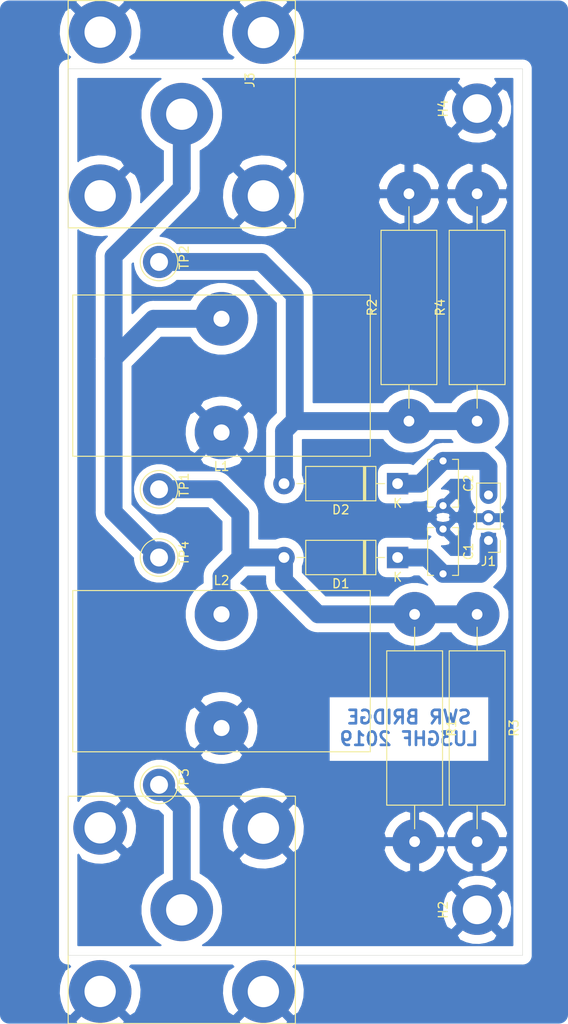
<source format=kicad_pcb>
(kicad_pcb (version 20171130) (host pcbnew "(5.1.4)-1")

  (general
    (thickness 1.6)
    (drawings 5)
    (tracks 35)
    (zones 0)
    (modules 19)
    (nets 8)
  )

  (page A4)
  (layers
    (0 F.Cu signal)
    (31 B.Cu signal)
    (32 B.Adhes user hide)
    (33 F.Adhes user hide)
    (34 B.Paste user hide)
    (35 F.Paste user hide)
    (36 B.SilkS user hide)
    (37 F.SilkS user)
    (38 B.Mask user)
    (39 F.Mask user)
    (40 Dwgs.User user hide)
    (41 Cmts.User user hide)
    (42 Eco1.User user hide)
    (43 Eco2.User user)
    (44 Edge.Cuts user)
    (45 Margin user)
    (46 B.CrtYd user)
    (47 F.CrtYd user)
    (48 B.Fab user)
    (49 F.Fab user)
  )

  (setup
    (last_trace_width 2)
    (trace_clearance 0.5)
    (zone_clearance 1)
    (zone_45_only no)
    (trace_min 0.2)
    (via_size 0.8)
    (via_drill 0.4)
    (via_min_size 0.4)
    (via_min_drill 0.3)
    (uvia_size 0.3)
    (uvia_drill 0.1)
    (uvias_allowed no)
    (uvia_min_size 0.2)
    (uvia_min_drill 0.1)
    (edge_width 0.05)
    (segment_width 0.2)
    (pcb_text_width 0.3)
    (pcb_text_size 1.5 1.5)
    (mod_edge_width 0.12)
    (mod_text_size 1 1)
    (mod_text_width 0.15)
    (pad_size 6 6)
    (pad_drill 3.5)
    (pad_to_mask_clearance 0.051)
    (solder_mask_min_width 0.25)
    (aux_axis_origin 0 0)
    (visible_elements 7FFFFFFF)
    (pcbplotparams
      (layerselection 0x01000_fffffffe)
      (usegerberextensions false)
      (usegerberattributes false)
      (usegerberadvancedattributes false)
      (creategerberjobfile false)
      (excludeedgelayer true)
      (linewidth 0.100000)
      (plotframeref false)
      (viasonmask false)
      (mode 1)
      (useauxorigin false)
      (hpglpennumber 1)
      (hpglpenspeed 20)
      (hpglpendiameter 15.000000)
      (psnegative false)
      (psa4output false)
      (plotreference true)
      (plotvalue true)
      (plotinvisibletext false)
      (padsonsilk false)
      (subtractmaskfromsilk false)
      (outputformat 4)
      (mirror false)
      (drillshape 1)
      (scaleselection 1)
      (outputdirectory "."))
  )

  (net 0 "")
  (net 1 "Net-(C1-Pad2)")
  (net 2 GND)
  (net 3 "Net-(C2-Pad1)")
  (net 4 "Net-(D1-Pad2)")
  (net 5 "Net-(J2-Pad1)")
  (net 6 "Net-(D2-Pad2)")
  (net 7 "Net-(J3-Pad1)")

  (net_class Default "Esta es la clase de red por defecto."
    (clearance 0.5)
    (trace_width 2)
    (via_dia 0.8)
    (via_drill 0.4)
    (uvia_dia 0.3)
    (uvia_drill 0.1)
    (add_net GND)
    (add_net "Net-(C1-Pad2)")
    (add_net "Net-(C2-Pad1)")
    (add_net "Net-(D1-Pad2)")
    (add_net "Net-(D2-Pad2)")
    (add_net "Net-(J2-Pad1)")
    (add_net "Net-(J3-Pad1)")
  )

  (module TestPoint:TestPoint_Loop_D3.80mm_Drill2.0mm (layer F.Cu) (tedit 5A0F774F) (tstamp 5DAFABE6)
    (at 40.64 107.95 90)
    (descr "wire loop as test point, loop diameter 3.8mm, hole diameter 2.0mm")
    (tags "test point wire loop bead")
    (path /5DB013AF)
    (fp_text reference TP4 (at 0.5 2.8 90) (layer F.SilkS)
      (effects (font (size 1 1) (thickness 0.15)))
    )
    (fp_text value TestPoint (at 0 -2.8 90) (layer F.Fab)
      (effects (font (size 1 1) (thickness 0.15)))
    )
    (fp_text user %R (at 0.5 2.8 90) (layer F.Fab)
      (effects (font (size 1 1) (thickness 0.15)))
    )
    (fp_circle (center 0 0) (end 2.1 0) (layer F.SilkS) (width 0.12))
    (fp_circle (center 0 0) (end 2.3 0) (layer F.CrtYd) (width 0.05))
    (fp_line (start 1.9 -0.3) (end -1.9 -0.3) (layer F.Fab) (width 0.12))
    (fp_line (start 1.9 0.3) (end 1.9 -0.3) (layer F.Fab) (width 0.12))
    (fp_line (start -1.9 0.3) (end 1.9 0.3) (layer F.Fab) (width 0.12))
    (fp_line (start -1.9 -0.3) (end -1.9 0.3) (layer F.Fab) (width 0.12))
    (pad 1 thru_hole circle (at 0 0 90) (size 3.6 3.6) (drill 2) (layers *.Cu *.Mask)
      (net 7 "Net-(J3-Pad1)"))
    (model ${KISYS3DMOD}/TestPoint.3dshapes/TestPoint_Loop_D3.80mm_Drill2.0mm.wrl
      (at (xyz 0 0 0))
      (scale (xyz 1 1 1))
      (rotate (xyz 0 0 0))
    )
  )

  (module TestPoint:TestPoint_Loop_D3.80mm_Drill2.0mm (layer F.Cu) (tedit 5A0F774F) (tstamp 5DAFAC07)
    (at 40.64 133.35 90)
    (descr "wire loop as test point, loop diameter 3.8mm, hole diameter 2.0mm")
    (tags "test point wire loop bead")
    (path /5DB00A5C)
    (fp_text reference TP3 (at 0.5 2.8 90) (layer F.SilkS)
      (effects (font (size 1 1) (thickness 0.15)))
    )
    (fp_text value TestPoint (at 0 -2.8 90) (layer F.Fab)
      (effects (font (size 1 1) (thickness 0.15)))
    )
    (fp_text user %R (at 0.5 2.8 90) (layer F.Fab)
      (effects (font (size 1 1) (thickness 0.15)))
    )
    (fp_circle (center 0 0) (end 2.1 0) (layer F.SilkS) (width 0.12))
    (fp_circle (center 0 0) (end 2.3 0) (layer F.CrtYd) (width 0.05))
    (fp_line (start 1.9 -0.3) (end -1.9 -0.3) (layer F.Fab) (width 0.12))
    (fp_line (start 1.9 0.3) (end 1.9 -0.3) (layer F.Fab) (width 0.12))
    (fp_line (start -1.9 0.3) (end 1.9 0.3) (layer F.Fab) (width 0.12))
    (fp_line (start -1.9 -0.3) (end -1.9 0.3) (layer F.Fab) (width 0.12))
    (pad 1 thru_hole circle (at 0 0 90) (size 3.6 3.6) (drill 2) (layers *.Cu *.Mask)
      (net 5 "Net-(J2-Pad1)"))
    (model ${KISYS3DMOD}/TestPoint.3dshapes/TestPoint_Loop_D3.80mm_Drill2.0mm.wrl
      (at (xyz 0 0 0))
      (scale (xyz 1 1 1))
      (rotate (xyz 0 0 0))
    )
  )

  (module Resistor_THT:R_Axial_DIN0617_L17.0mm_D6.0mm_P25.40mm_Horizontal (layer F.Cu) (tedit 5DAF33F7) (tstamp 5DB009B3)
    (at 76.2 92.71 90)
    (descr "Resistor, Axial_DIN0617 series, Axial, Horizontal, pin pitch=25.4mm, 2W, length*diameter=17*6mm^2, http://www.vishay.com/docs/20128/wkxwrx.pdf")
    (tags "Resistor Axial_DIN0617 series Axial Horizontal pin pitch 25.4mm 2W length 17mm diameter 6mm")
    (path /5DAF8CB4)
    (fp_text reference R4 (at 12.7 -4.12 90) (layer F.SilkS)
      (effects (font (size 1 1) (thickness 0.15)))
    )
    (fp_text value R (at 12.7 4.12 90) (layer F.Fab)
      (effects (font (size 1 1) (thickness 0.15)))
    )
    (fp_text user %R (at 12.7 0 90) (layer F.Fab)
      (effects (font (size 1 1) (thickness 0.15)))
    )
    (fp_line (start 26.85 -3.25) (end -1.45 -3.25) (layer F.CrtYd) (width 0.05))
    (fp_line (start 26.85 3.25) (end 26.85 -3.25) (layer F.CrtYd) (width 0.05))
    (fp_line (start -1.45 3.25) (end 26.85 3.25) (layer F.CrtYd) (width 0.05))
    (fp_line (start -1.45 -3.25) (end -1.45 3.25) (layer F.CrtYd) (width 0.05))
    (fp_line (start 23.96 0) (end 21.32 0) (layer F.SilkS) (width 0.12))
    (fp_line (start 1.44 0) (end 4.08 0) (layer F.SilkS) (width 0.12))
    (fp_line (start 21.32 -3.12) (end 4.08 -3.12) (layer F.SilkS) (width 0.12))
    (fp_line (start 21.32 3.12) (end 21.32 -3.12) (layer F.SilkS) (width 0.12))
    (fp_line (start 4.08 3.12) (end 21.32 3.12) (layer F.SilkS) (width 0.12))
    (fp_line (start 4.08 -3.12) (end 4.08 3.12) (layer F.SilkS) (width 0.12))
    (fp_line (start 25.4 0) (end 21.2 0) (layer F.Fab) (width 0.1))
    (fp_line (start 0 0) (end 4.2 0) (layer F.Fab) (width 0.1))
    (fp_line (start 21.2 -3) (end 4.2 -3) (layer F.Fab) (width 0.1))
    (fp_line (start 21.2 3) (end 21.2 -3) (layer F.Fab) (width 0.1))
    (fp_line (start 4.2 3) (end 21.2 3) (layer F.Fab) (width 0.1))
    (fp_line (start 4.2 -3) (end 4.2 3) (layer F.Fab) (width 0.1))
    (pad 2 thru_hole oval (at 25.4 0 90) (size 5 5) (drill 1.2) (layers *.Cu *.Mask)
      (net 2 GND))
    (pad 1 thru_hole circle (at 0 0 90) (size 5 5) (drill 1.2) (layers *.Cu *.Mask)
      (net 6 "Net-(D2-Pad2)"))
    (model ${KISYS3DMOD}/Resistor_THT.3dshapes/R_Axial_DIN0617_L17.0mm_D6.0mm_P25.40mm_Horizontal.wrl
      (at (xyz 0 0 0))
      (scale (xyz 1 1 1))
      (rotate (xyz 0 0 0))
    )
  )

  (module MountingHole:MountingHole_3.2mm_M3_DIN965_Pad (layer F.Cu) (tedit 56D1B4CB) (tstamp 5DAF9E58)
    (at 76.2 57.785 90)
    (descr "Mounting Hole 3.2mm, M3, DIN965")
    (tags "mounting hole 3.2mm m3 din965")
    (path /5DAF5BC6)
    (attr virtual)
    (fp_text reference H4 (at 0 -3.8 90) (layer F.SilkS)
      (effects (font (size 1 1) (thickness 0.15)))
    )
    (fp_text value MountingHole_Pad (at 0 3.8 90) (layer F.Fab)
      (effects (font (size 1 1) (thickness 0.15)))
    )
    (fp_circle (center 0 0) (end 3.05 0) (layer F.CrtYd) (width 0.05))
    (fp_circle (center 0 0) (end 2.8 0) (layer Cmts.User) (width 0.15))
    (fp_text user %R (at 0.3 0 90) (layer F.Fab)
      (effects (font (size 1 1) (thickness 0.15)))
    )
    (pad 1 thru_hole circle (at 0 0 90) (size 5.6 5.6) (drill 3.2) (layers *.Cu *.Mask)
      (net 2 GND))
  )

  (module MountingHole:MountingHole_3.2mm_M3_DIN965_Pad (layer F.Cu) (tedit 56D1B4CB) (tstamp 5DAF9E48)
    (at 76.2 147.32 90)
    (descr "Mounting Hole 3.2mm, M3, DIN965")
    (tags "mounting hole 3.2mm m3 din965")
    (path /5DAF592C)
    (attr virtual)
    (fp_text reference H2 (at 0 -3.8 90) (layer F.SilkS)
      (effects (font (size 1 1) (thickness 0.15)))
    )
    (fp_text value MountingHole_Pad (at 0 3.8 90) (layer F.Fab)
      (effects (font (size 1 1) (thickness 0.15)))
    )
    (fp_circle (center 0 0) (end 3.05 0) (layer F.CrtYd) (width 0.05))
    (fp_circle (center 0 0) (end 2.8 0) (layer Cmts.User) (width 0.15))
    (fp_text user %R (at 0.3 0 90) (layer F.Fab)
      (effects (font (size 1 1) (thickness 0.15)))
    )
    (pad 1 thru_hole circle (at 0 0 90) (size 5.6 5.6) (drill 3.2) (layers *.Cu *.Mask)
      (net 2 GND))
  )

  (module Capacitor_THT:C_Disc_D5.1mm_W3.2mm_P5.00mm (layer F.Cu) (tedit 5AE50EF0) (tstamp 5DAFBB54)
    (at 72.39 97.155 270)
    (descr "C, Disc series, Radial, pin pitch=5.00mm, , diameter*width=5.1*3.2mm^2, Capacitor, http://www.vishay.com/docs/45233/krseries.pdf")
    (tags "C Disc series Radial pin pitch 5.00mm  diameter 5.1mm width 3.2mm Capacitor")
    (path /5DAFB83D)
    (fp_text reference C2 (at 2.5 -2.85 90) (layer F.SilkS)
      (effects (font (size 1 1) (thickness 0.15)))
    )
    (fp_text value C (at 2.5 2.85 90) (layer F.Fab)
      (effects (font (size 1 1) (thickness 0.15)))
    )
    (fp_text user %R (at 2.5 0 90) (layer F.Fab)
      (effects (font (size 1 1) (thickness 0.15)))
    )
    (fp_line (start 6.05 -1.85) (end -1.05 -1.85) (layer F.CrtYd) (width 0.05))
    (fp_line (start 6.05 1.85) (end 6.05 -1.85) (layer F.CrtYd) (width 0.05))
    (fp_line (start -1.05 1.85) (end 6.05 1.85) (layer F.CrtYd) (width 0.05))
    (fp_line (start -1.05 -1.85) (end -1.05 1.85) (layer F.CrtYd) (width 0.05))
    (fp_line (start 5.17 1.055) (end 5.17 1.721) (layer F.SilkS) (width 0.12))
    (fp_line (start 5.17 -1.721) (end 5.17 -1.055) (layer F.SilkS) (width 0.12))
    (fp_line (start -0.17 1.055) (end -0.17 1.721) (layer F.SilkS) (width 0.12))
    (fp_line (start -0.17 -1.721) (end -0.17 -1.055) (layer F.SilkS) (width 0.12))
    (fp_line (start -0.17 1.721) (end 5.17 1.721) (layer F.SilkS) (width 0.12))
    (fp_line (start -0.17 -1.721) (end 5.17 -1.721) (layer F.SilkS) (width 0.12))
    (fp_line (start 5.05 -1.6) (end -0.05 -1.6) (layer F.Fab) (width 0.1))
    (fp_line (start 5.05 1.6) (end 5.05 -1.6) (layer F.Fab) (width 0.1))
    (fp_line (start -0.05 1.6) (end 5.05 1.6) (layer F.Fab) (width 0.1))
    (fp_line (start -0.05 -1.6) (end -0.05 1.6) (layer F.Fab) (width 0.1))
    (pad 2 thru_hole circle (at 5 0 270) (size 1.6 1.6) (drill 0.8) (layers *.Cu *.Mask)
      (net 2 GND))
    (pad 1 thru_hole circle (at 0 0 270) (size 1.6 1.6) (drill 0.8) (layers *.Cu *.Mask)
      (net 3 "Net-(C2-Pad1)"))
    (model ${KISYS3DMOD}/Capacitor_THT.3dshapes/C_Disc_D5.1mm_W3.2mm_P5.00mm.wrl
      (at (xyz 0 0 0))
      (scale (xyz 1 1 1))
      (rotate (xyz 0 0 0))
    )
  )

  (module Capacitor_THT:C_Disc_D5.1mm_W3.2mm_P5.00mm (layer F.Cu) (tedit 5AE50EF0) (tstamp 5DAF8431)
    (at 72.39 104.775 270)
    (descr "C, Disc series, Radial, pin pitch=5.00mm, , diameter*width=5.1*3.2mm^2, Capacitor, http://www.vishay.com/docs/45233/krseries.pdf")
    (tags "C Disc series Radial pin pitch 5.00mm  diameter 5.1mm width 3.2mm Capacitor")
    (path /5DAFBD5E)
    (fp_text reference C1 (at 2.5 -2.85 90) (layer F.SilkS)
      (effects (font (size 1 1) (thickness 0.15)))
    )
    (fp_text value C (at 2.5 2.85 90) (layer F.Fab)
      (effects (font (size 1 1) (thickness 0.15)))
    )
    (fp_text user %R (at 2.5 0 90) (layer F.Fab)
      (effects (font (size 1 1) (thickness 0.15)))
    )
    (fp_line (start 6.05 -1.85) (end -1.05 -1.85) (layer F.CrtYd) (width 0.05))
    (fp_line (start 6.05 1.85) (end 6.05 -1.85) (layer F.CrtYd) (width 0.05))
    (fp_line (start -1.05 1.85) (end 6.05 1.85) (layer F.CrtYd) (width 0.05))
    (fp_line (start -1.05 -1.85) (end -1.05 1.85) (layer F.CrtYd) (width 0.05))
    (fp_line (start 5.17 1.055) (end 5.17 1.721) (layer F.SilkS) (width 0.12))
    (fp_line (start 5.17 -1.721) (end 5.17 -1.055) (layer F.SilkS) (width 0.12))
    (fp_line (start -0.17 1.055) (end -0.17 1.721) (layer F.SilkS) (width 0.12))
    (fp_line (start -0.17 -1.721) (end -0.17 -1.055) (layer F.SilkS) (width 0.12))
    (fp_line (start -0.17 1.721) (end 5.17 1.721) (layer F.SilkS) (width 0.12))
    (fp_line (start -0.17 -1.721) (end 5.17 -1.721) (layer F.SilkS) (width 0.12))
    (fp_line (start 5.05 -1.6) (end -0.05 -1.6) (layer F.Fab) (width 0.1))
    (fp_line (start 5.05 1.6) (end 5.05 -1.6) (layer F.Fab) (width 0.1))
    (fp_line (start -0.05 1.6) (end 5.05 1.6) (layer F.Fab) (width 0.1))
    (fp_line (start -0.05 -1.6) (end -0.05 1.6) (layer F.Fab) (width 0.1))
    (pad 2 thru_hole circle (at 5 0 270) (size 1.6 1.6) (drill 0.8) (layers *.Cu *.Mask)
      (net 1 "Net-(C1-Pad2)"))
    (pad 1 thru_hole circle (at 0 0 270) (size 1.6 1.6) (drill 0.8) (layers *.Cu *.Mask)
      (net 2 GND))
    (model ${KISYS3DMOD}/Capacitor_THT.3dshapes/C_Disc_D5.1mm_W3.2mm_P5.00mm.wrl
      (at (xyz 0 0 0))
      (scale (xyz 1 1 1))
      (rotate (xyz 0 0 0))
    )
  )

  (module Diode_THT:D_DO-15_P12.70mm_Horizontal (layer F.Cu) (tedit 5AE50CD5) (tstamp 5DAF847A)
    (at 67.31 99.695 180)
    (descr "Diode, DO-15 series, Axial, Horizontal, pin pitch=12.7mm, , length*diameter=7.6*3.6mm^2, , http://www.diodes.com/_files/packages/DO-15.pdf")
    (tags "Diode DO-15 series Axial Horizontal pin pitch 12.7mm  length 7.6mm diameter 3.6mm")
    (path /5DAF6DAC)
    (fp_text reference D2 (at 6.35 -2.92) (layer F.SilkS)
      (effects (font (size 1 1) (thickness 0.15)))
    )
    (fp_text value D_Schottky (at 6.35 2.92) (layer F.Fab)
      (effects (font (size 1 1) (thickness 0.15)))
    )
    (fp_text user K (at 0 -2.2) (layer F.SilkS)
      (effects (font (size 1 1) (thickness 0.15)))
    )
    (fp_text user K (at 0 -2.2) (layer F.Fab)
      (effects (font (size 1 1) (thickness 0.15)))
    )
    (fp_text user %R (at 6.92 0) (layer F.Fab)
      (effects (font (size 1 1) (thickness 0.15)))
    )
    (fp_line (start 14.15 -2.05) (end -1.45 -2.05) (layer F.CrtYd) (width 0.05))
    (fp_line (start 14.15 2.05) (end 14.15 -2.05) (layer F.CrtYd) (width 0.05))
    (fp_line (start -1.45 2.05) (end 14.15 2.05) (layer F.CrtYd) (width 0.05))
    (fp_line (start -1.45 -2.05) (end -1.45 2.05) (layer F.CrtYd) (width 0.05))
    (fp_line (start 3.57 -1.92) (end 3.57 1.92) (layer F.SilkS) (width 0.12))
    (fp_line (start 3.81 -1.92) (end 3.81 1.92) (layer F.SilkS) (width 0.12))
    (fp_line (start 3.69 -1.92) (end 3.69 1.92) (layer F.SilkS) (width 0.12))
    (fp_line (start 11.26 0) (end 10.27 0) (layer F.SilkS) (width 0.12))
    (fp_line (start 1.44 0) (end 2.43 0) (layer F.SilkS) (width 0.12))
    (fp_line (start 10.27 -1.92) (end 2.43 -1.92) (layer F.SilkS) (width 0.12))
    (fp_line (start 10.27 1.92) (end 10.27 -1.92) (layer F.SilkS) (width 0.12))
    (fp_line (start 2.43 1.92) (end 10.27 1.92) (layer F.SilkS) (width 0.12))
    (fp_line (start 2.43 -1.92) (end 2.43 1.92) (layer F.SilkS) (width 0.12))
    (fp_line (start 3.59 -1.8) (end 3.59 1.8) (layer F.Fab) (width 0.1))
    (fp_line (start 3.79 -1.8) (end 3.79 1.8) (layer F.Fab) (width 0.1))
    (fp_line (start 3.69 -1.8) (end 3.69 1.8) (layer F.Fab) (width 0.1))
    (fp_line (start 12.7 0) (end 10.15 0) (layer F.Fab) (width 0.1))
    (fp_line (start 0 0) (end 2.55 0) (layer F.Fab) (width 0.1))
    (fp_line (start 10.15 -1.8) (end 2.55 -1.8) (layer F.Fab) (width 0.1))
    (fp_line (start 10.15 1.8) (end 10.15 -1.8) (layer F.Fab) (width 0.1))
    (fp_line (start 2.55 1.8) (end 10.15 1.8) (layer F.Fab) (width 0.1))
    (fp_line (start 2.55 -1.8) (end 2.55 1.8) (layer F.Fab) (width 0.1))
    (pad 2 thru_hole oval (at 12.7 0 180) (size 2.4 2.4) (drill 1.2) (layers *.Cu *.Mask)
      (net 6 "Net-(D2-Pad2)"))
    (pad 1 thru_hole rect (at 0 0 180) (size 2.4 2.4) (drill 1.2) (layers *.Cu *.Mask)
      (net 3 "Net-(C2-Pad1)"))
    (model ${KISYS3DMOD}/Diode_THT.3dshapes/D_DO-15_P12.70mm_Horizontal.wrl
      (at (xyz 0 0 0))
      (scale (xyz 1 1 1))
      (rotate (xyz 0 0 0))
    )
  )

  (module Diode_THT:D_DO-15_P12.70mm_Horizontal (layer F.Cu) (tedit 5AE50CD5) (tstamp 5DAF845E)
    (at 67.31 107.95 180)
    (descr "Diode, DO-15 series, Axial, Horizontal, pin pitch=12.7mm, , length*diameter=7.6*3.6mm^2, , http://www.diodes.com/_files/packages/DO-15.pdf")
    (tags "Diode DO-15 series Axial Horizontal pin pitch 12.7mm  length 7.6mm diameter 3.6mm")
    (path /5DAF6677)
    (fp_text reference D1 (at 6.35 -2.92) (layer F.SilkS)
      (effects (font (size 1 1) (thickness 0.15)))
    )
    (fp_text value D_Schottky (at 6.35 2.92) (layer F.Fab)
      (effects (font (size 1 1) (thickness 0.15)))
    )
    (fp_text user K (at 0 -2.2) (layer F.SilkS)
      (effects (font (size 1 1) (thickness 0.15)))
    )
    (fp_text user K (at 0 -2.2) (layer F.Fab)
      (effects (font (size 1 1) (thickness 0.15)))
    )
    (fp_text user %R (at 6.92 0) (layer F.Fab)
      (effects (font (size 1 1) (thickness 0.15)))
    )
    (fp_line (start 14.15 -2.05) (end -1.45 -2.05) (layer F.CrtYd) (width 0.05))
    (fp_line (start 14.15 2.05) (end 14.15 -2.05) (layer F.CrtYd) (width 0.05))
    (fp_line (start -1.45 2.05) (end 14.15 2.05) (layer F.CrtYd) (width 0.05))
    (fp_line (start -1.45 -2.05) (end -1.45 2.05) (layer F.CrtYd) (width 0.05))
    (fp_line (start 3.57 -1.92) (end 3.57 1.92) (layer F.SilkS) (width 0.12))
    (fp_line (start 3.81 -1.92) (end 3.81 1.92) (layer F.SilkS) (width 0.12))
    (fp_line (start 3.69 -1.92) (end 3.69 1.92) (layer F.SilkS) (width 0.12))
    (fp_line (start 11.26 0) (end 10.27 0) (layer F.SilkS) (width 0.12))
    (fp_line (start 1.44 0) (end 2.43 0) (layer F.SilkS) (width 0.12))
    (fp_line (start 10.27 -1.92) (end 2.43 -1.92) (layer F.SilkS) (width 0.12))
    (fp_line (start 10.27 1.92) (end 10.27 -1.92) (layer F.SilkS) (width 0.12))
    (fp_line (start 2.43 1.92) (end 10.27 1.92) (layer F.SilkS) (width 0.12))
    (fp_line (start 2.43 -1.92) (end 2.43 1.92) (layer F.SilkS) (width 0.12))
    (fp_line (start 3.59 -1.8) (end 3.59 1.8) (layer F.Fab) (width 0.1))
    (fp_line (start 3.79 -1.8) (end 3.79 1.8) (layer F.Fab) (width 0.1))
    (fp_line (start 3.69 -1.8) (end 3.69 1.8) (layer F.Fab) (width 0.1))
    (fp_line (start 12.7 0) (end 10.15 0) (layer F.Fab) (width 0.1))
    (fp_line (start 0 0) (end 2.55 0) (layer F.Fab) (width 0.1))
    (fp_line (start 10.15 -1.8) (end 2.55 -1.8) (layer F.Fab) (width 0.1))
    (fp_line (start 10.15 1.8) (end 10.15 -1.8) (layer F.Fab) (width 0.1))
    (fp_line (start 2.55 1.8) (end 10.15 1.8) (layer F.Fab) (width 0.1))
    (fp_line (start 2.55 -1.8) (end 2.55 1.8) (layer F.Fab) (width 0.1))
    (pad 2 thru_hole oval (at 12.7 0 180) (size 2.4 2.4) (drill 1.2) (layers *.Cu *.Mask)
      (net 4 "Net-(D1-Pad2)"))
    (pad 1 thru_hole rect (at 0 0 180) (size 2.4 2.4) (drill 1.2) (layers *.Cu *.Mask)
      (net 1 "Net-(C1-Pad2)"))
    (model ${KISYS3DMOD}/Diode_THT.3dshapes/D_DO-15_P12.70mm_Horizontal.wrl
      (at (xyz 0 0 0))
      (scale (xyz 1 1 1))
      (rotate (xyz 0 0 0))
    )
  )

  (module TestPoint:TestPoint_Loop_D3.80mm_Drill2.0mm (layer F.Cu) (tedit 5A0F774F) (tstamp 5DAFF8C7)
    (at 40.64 74.93 90)
    (descr "wire loop as test point, loop diameter 3.8mm, hole diameter 2.0mm")
    (tags "test point wire loop bead")
    (path /5DB15EE2)
    (fp_text reference TP2 (at 0.5 2.8 90) (layer F.SilkS)
      (effects (font (size 1 1) (thickness 0.15)))
    )
    (fp_text value TestPoint (at 0 -2.8 90) (layer F.Fab)
      (effects (font (size 1 1) (thickness 0.15)))
    )
    (fp_text user %R (at 0.5 2.8 90) (layer F.Fab)
      (effects (font (size 1 1) (thickness 0.15)))
    )
    (fp_circle (center 0 0) (end 2.1 0) (layer F.SilkS) (width 0.12))
    (fp_circle (center 0 0) (end 2.3 0) (layer F.CrtYd) (width 0.05))
    (fp_line (start 1.9 -0.3) (end -1.9 -0.3) (layer F.Fab) (width 0.12))
    (fp_line (start 1.9 0.3) (end 1.9 -0.3) (layer F.Fab) (width 0.12))
    (fp_line (start -1.9 0.3) (end 1.9 0.3) (layer F.Fab) (width 0.12))
    (fp_line (start -1.9 -0.3) (end -1.9 0.3) (layer F.Fab) (width 0.12))
    (pad 1 thru_hole circle (at 0 0 90) (size 3.6 3.6) (drill 2) (layers *.Cu *.Mask)
      (net 6 "Net-(D2-Pad2)"))
    (model ${KISYS3DMOD}/TestPoint.3dshapes/TestPoint_Loop_D3.80mm_Drill2.0mm.wrl
      (at (xyz 0 0 0))
      (scale (xyz 1 1 1))
      (rotate (xyz 0 0 0))
    )
  )

  (module Resistor_THT:R_Axial_DIN0617_L17.0mm_D6.0mm_P25.40mm_Horizontal (layer F.Cu) (tedit 5DAF39B8) (tstamp 5DB008E7)
    (at 76.2 114.3 270)
    (descr "Resistor, Axial_DIN0617 series, Axial, Horizontal, pin pitch=25.4mm, 2W, length*diameter=17*6mm^2, http://www.vishay.com/docs/20128/wkxwrx.pdf")
    (tags "Resistor Axial_DIN0617 series Axial Horizontal pin pitch 25.4mm 2W length 17mm diameter 6mm")
    (path /5DAF8A32)
    (fp_text reference R3 (at 12.7 -4.12 90) (layer F.SilkS)
      (effects (font (size 1 1) (thickness 0.15)))
    )
    (fp_text value R (at 12.7 4.12 90) (layer F.Fab)
      (effects (font (size 1 1) (thickness 0.15)))
    )
    (fp_text user %R (at 12.7 0 90) (layer F.Fab)
      (effects (font (size 1 1) (thickness 0.15)))
    )
    (fp_line (start 26.85 -3.25) (end -1.45 -3.25) (layer F.CrtYd) (width 0.05))
    (fp_line (start 26.85 3.25) (end 26.85 -3.25) (layer F.CrtYd) (width 0.05))
    (fp_line (start -1.45 3.25) (end 26.85 3.25) (layer F.CrtYd) (width 0.05))
    (fp_line (start -1.45 -3.25) (end -1.45 3.25) (layer F.CrtYd) (width 0.05))
    (fp_line (start 23.96 0) (end 21.32 0) (layer F.SilkS) (width 0.12))
    (fp_line (start 1.44 0) (end 4.08 0) (layer F.SilkS) (width 0.12))
    (fp_line (start 21.32 -3.12) (end 4.08 -3.12) (layer F.SilkS) (width 0.12))
    (fp_line (start 21.32 3.12) (end 21.32 -3.12) (layer F.SilkS) (width 0.12))
    (fp_line (start 4.08 3.12) (end 21.32 3.12) (layer F.SilkS) (width 0.12))
    (fp_line (start 4.08 -3.12) (end 4.08 3.12) (layer F.SilkS) (width 0.12))
    (fp_line (start 25.4 0) (end 21.2 0) (layer F.Fab) (width 0.1))
    (fp_line (start 0 0) (end 4.2 0) (layer F.Fab) (width 0.1))
    (fp_line (start 21.2 -3) (end 4.2 -3) (layer F.Fab) (width 0.1))
    (fp_line (start 21.2 3) (end 21.2 -3) (layer F.Fab) (width 0.1))
    (fp_line (start 4.2 3) (end 21.2 3) (layer F.Fab) (width 0.1))
    (fp_line (start 4.2 -3) (end 4.2 3) (layer F.Fab) (width 0.1))
    (pad 2 thru_hole oval (at 25.4 0 270) (size 5 5) (drill 1.2) (layers *.Cu *.Mask)
      (net 2 GND))
    (pad 1 thru_hole circle (at 0 0 270) (size 5 5) (drill 1.2) (layers *.Cu *.Mask)
      (net 4 "Net-(D1-Pad2)"))
    (model ${KISYS3DMOD}/Resistor_THT.3dshapes/R_Axial_DIN0617_L17.0mm_D6.0mm_P25.40mm_Horizontal.wrl
      (at (xyz 0 0 0))
      (scale (xyz 1 1 1))
      (rotate (xyz 0 0 0))
    )
  )

  (module TestPoint:TestPoint_Loop_D3.80mm_Drill2.0mm (layer F.Cu) (tedit 5A0F774F) (tstamp 5DAFF8BF)
    (at 40.64 100.33 90)
    (descr "wire loop as test point, loop diameter 3.8mm, hole diameter 2.0mm")
    (tags "test point wire loop bead")
    (path /5DB1588B)
    (fp_text reference TP1 (at 0.5 2.8 90) (layer F.SilkS)
      (effects (font (size 1 1) (thickness 0.15)))
    )
    (fp_text value TestPoint (at 0 -2.8 90) (layer F.Fab)
      (effects (font (size 1 1) (thickness 0.15)))
    )
    (fp_text user %R (at 0.5 2.8 90) (layer F.Fab)
      (effects (font (size 1 1) (thickness 0.15)))
    )
    (fp_circle (center 0 0) (end 2.1 0) (layer F.SilkS) (width 0.12))
    (fp_circle (center 0 0) (end 2.3 0) (layer F.CrtYd) (width 0.05))
    (fp_line (start 1.9 -0.3) (end -1.9 -0.3) (layer F.Fab) (width 0.12))
    (fp_line (start 1.9 0.3) (end 1.9 -0.3) (layer F.Fab) (width 0.12))
    (fp_line (start -1.9 0.3) (end 1.9 0.3) (layer F.Fab) (width 0.12))
    (fp_line (start -1.9 -0.3) (end -1.9 0.3) (layer F.Fab) (width 0.12))
    (pad 1 thru_hole circle (at 0 0 90) (size 3.6 3.6) (drill 2) (layers *.Cu *.Mask)
      (net 4 "Net-(D1-Pad2)"))
    (model ${KISYS3DMOD}/TestPoint.3dshapes/TestPoint_Loop_D3.80mm_Drill2.0mm.wrl
      (at (xyz 0 0 0))
      (scale (xyz 1 1 1))
      (rotate (xyz 0 0 0))
    )
  )

  (module Resistor_THT:R_Axial_DIN0617_L17.0mm_D6.0mm_P25.40mm_Horizontal (layer F.Cu) (tedit 5DAF33D8) (tstamp 5DAF851B)
    (at 68.58 92.71 90)
    (descr "Resistor, Axial_DIN0617 series, Axial, Horizontal, pin pitch=25.4mm, 2W, length*diameter=17*6mm^2, http://www.vishay.com/docs/20128/wkxwrx.pdf")
    (tags "Resistor Axial_DIN0617 series Axial Horizontal pin pitch 25.4mm 2W length 17mm diameter 6mm")
    (path /5DAF90AE)
    (fp_text reference R2 (at 12.7 -4.12 90) (layer F.SilkS)
      (effects (font (size 1 1) (thickness 0.15)))
    )
    (fp_text value R (at 12.7 4.12 90) (layer F.Fab)
      (effects (font (size 1 1) (thickness 0.15)))
    )
    (fp_text user %R (at 12.7 0 90) (layer F.Fab)
      (effects (font (size 1 1) (thickness 0.15)))
    )
    (fp_line (start 26.85 -3.25) (end -1.45 -3.25) (layer F.CrtYd) (width 0.05))
    (fp_line (start 26.85 3.25) (end 26.85 -3.25) (layer F.CrtYd) (width 0.05))
    (fp_line (start -1.45 3.25) (end 26.85 3.25) (layer F.CrtYd) (width 0.05))
    (fp_line (start -1.45 -3.25) (end -1.45 3.25) (layer F.CrtYd) (width 0.05))
    (fp_line (start 23.96 0) (end 21.32 0) (layer F.SilkS) (width 0.12))
    (fp_line (start 1.44 0) (end 4.08 0) (layer F.SilkS) (width 0.12))
    (fp_line (start 21.32 -3.12) (end 4.08 -3.12) (layer F.SilkS) (width 0.12))
    (fp_line (start 21.32 3.12) (end 21.32 -3.12) (layer F.SilkS) (width 0.12))
    (fp_line (start 4.08 3.12) (end 21.32 3.12) (layer F.SilkS) (width 0.12))
    (fp_line (start 4.08 -3.12) (end 4.08 3.12) (layer F.SilkS) (width 0.12))
    (fp_line (start 25.4 0) (end 21.2 0) (layer F.Fab) (width 0.1))
    (fp_line (start 0 0) (end 4.2 0) (layer F.Fab) (width 0.1))
    (fp_line (start 21.2 -3) (end 4.2 -3) (layer F.Fab) (width 0.1))
    (fp_line (start 21.2 3) (end 21.2 -3) (layer F.Fab) (width 0.1))
    (fp_line (start 4.2 3) (end 21.2 3) (layer F.Fab) (width 0.1))
    (fp_line (start 4.2 -3) (end 4.2 3) (layer F.Fab) (width 0.1))
    (pad 2 thru_hole oval (at 25.4 0 90) (size 5 5) (drill 1.2) (layers *.Cu *.Mask)
      (net 2 GND))
    (pad 1 thru_hole circle (at 0 0 90) (size 5 5) (drill 1.2) (layers *.Cu *.Mask)
      (net 6 "Net-(D2-Pad2)"))
    (model ${KISYS3DMOD}/Resistor_THT.3dshapes/R_Axial_DIN0617_L17.0mm_D6.0mm_P25.40mm_Horizontal.wrl
      (at (xyz 0 0 0))
      (scale (xyz 1 1 1))
      (rotate (xyz 0 0 0))
    )
  )

  (module Resistor_THT:R_Axial_DIN0617_L17.0mm_D6.0mm_P25.40mm_Horizontal (layer F.Cu) (tedit 5DAF33E9) (tstamp 5DAF8504)
    (at 69.215 114.3 270)
    (descr "Resistor, Axial_DIN0617 series, Axial, Horizontal, pin pitch=25.4mm, 2W, length*diameter=17*6mm^2, http://www.vishay.com/docs/20128/wkxwrx.pdf")
    (tags "Resistor Axial_DIN0617 series Axial Horizontal pin pitch 25.4mm 2W length 17mm diameter 6mm")
    (path /5DAF91DB)
    (fp_text reference R1 (at 12.7 -4.12 90) (layer F.SilkS)
      (effects (font (size 1 1) (thickness 0.15)))
    )
    (fp_text value R (at 12.7 4.12 90) (layer F.Fab)
      (effects (font (size 1 1) (thickness 0.15)))
    )
    (fp_text user %R (at 12.7 0 90) (layer F.Fab)
      (effects (font (size 1 1) (thickness 0.15)))
    )
    (fp_line (start 26.85 -3.25) (end -1.45 -3.25) (layer F.CrtYd) (width 0.05))
    (fp_line (start 26.85 3.25) (end 26.85 -3.25) (layer F.CrtYd) (width 0.05))
    (fp_line (start -1.45 3.25) (end 26.85 3.25) (layer F.CrtYd) (width 0.05))
    (fp_line (start -1.45 -3.25) (end -1.45 3.25) (layer F.CrtYd) (width 0.05))
    (fp_line (start 23.96 0) (end 21.32 0) (layer F.SilkS) (width 0.12))
    (fp_line (start 1.44 0) (end 4.08 0) (layer F.SilkS) (width 0.12))
    (fp_line (start 21.32 -3.12) (end 4.08 -3.12) (layer F.SilkS) (width 0.12))
    (fp_line (start 21.32 3.12) (end 21.32 -3.12) (layer F.SilkS) (width 0.12))
    (fp_line (start 4.08 3.12) (end 21.32 3.12) (layer F.SilkS) (width 0.12))
    (fp_line (start 4.08 -3.12) (end 4.08 3.12) (layer F.SilkS) (width 0.12))
    (fp_line (start 25.4 0) (end 21.2 0) (layer F.Fab) (width 0.1))
    (fp_line (start 0 0) (end 4.2 0) (layer F.Fab) (width 0.1))
    (fp_line (start 21.2 -3) (end 4.2 -3) (layer F.Fab) (width 0.1))
    (fp_line (start 21.2 3) (end 21.2 -3) (layer F.Fab) (width 0.1))
    (fp_line (start 4.2 3) (end 21.2 3) (layer F.Fab) (width 0.1))
    (fp_line (start 4.2 -3) (end 4.2 3) (layer F.Fab) (width 0.1))
    (pad 2 thru_hole oval (at 25.4 0 270) (size 5 5) (drill 1.2) (layers *.Cu *.Mask)
      (net 2 GND))
    (pad 1 thru_hole circle (at 0 0 270) (size 5 5) (drill 1.2) (layers *.Cu *.Mask)
      (net 4 "Net-(D1-Pad2)"))
    (model ${KISYS3DMOD}/Resistor_THT.3dshapes/R_Axial_DIN0617_L17.0mm_D6.0mm_P25.40mm_Horizontal.wrl
      (at (xyz 0 0 0))
      (scale (xyz 1 1 1))
      (rotate (xyz 0 0 0))
    )
  )

  (module Inductor_THT:L_Toroid_Vertical_L33.0mm_W17.8mm_P12.70mm_Pulse_KM-5 (layer F.Cu) (tedit 5DAF32E3) (tstamp 5DAFAC79)
    (at 47.625 114.3)
    (descr "L_Toroid, Vertical series, Radial, pin pitch=12.70mm, , length*width=33.02*17.78mm^2, Pulse, KM-5, http://datasheet.octopart.com/PE-92112KNL-Pulse-datasheet-17853305.pdf")
    (tags "L_Toroid Vertical series Radial pin pitch 12.70mm  length 33.02mm width 17.78mm Pulse KM-5")
    (path /5DAF44C5)
    (fp_text reference L2 (at 0 -3.79) (layer F.SilkS)
      (effects (font (size 1 1) (thickness 0.15)))
    )
    (fp_text value L (at 0 16.49) (layer F.Fab)
      (effects (font (size 1 1) (thickness 0.15)))
    )
    (fp_text user %R (at 6.35 0) (layer F.Fab)
      (effects (font (size 1 1) (thickness 0.15)))
    )
    (fp_line (start 16.77 -2.8) (end -16.77 -2.8) (layer F.CrtYd) (width 0.05))
    (fp_line (start 16.77 15.49) (end 16.77 -2.8) (layer F.CrtYd) (width 0.05))
    (fp_line (start -16.77 15.49) (end 16.77 15.49) (layer F.CrtYd) (width 0.05))
    (fp_line (start -16.77 -2.8) (end -16.77 15.49) (layer F.CrtYd) (width 0.05))
    (fp_line (start 16.631 -2.66) (end 16.631 15.36) (layer F.SilkS) (width 0.12))
    (fp_line (start -16.631 -2.66) (end -16.631 15.36) (layer F.SilkS) (width 0.12))
    (fp_line (start -16.631 15.36) (end 16.631 15.36) (layer F.SilkS) (width 0.12))
    (fp_line (start -16.631 -2.66) (end 16.631 -2.66) (layer F.SilkS) (width 0.12))
    (fp_line (start 10.5664 0) (end 11.8872 12.7) (layer F.Fab) (width 0.1))
    (fp_line (start 7.9248 0) (end 9.2456 12.7) (layer F.Fab) (width 0.1))
    (fp_line (start 5.2832 0) (end 6.604 12.7) (layer F.Fab) (width 0.1))
    (fp_line (start 2.6416 0) (end 3.9624 12.7) (layer F.Fab) (width 0.1))
    (fp_line (start 0 0) (end 1.3208 12.7) (layer F.Fab) (width 0.1))
    (fp_line (start -2.6416 0) (end -1.3208 12.7) (layer F.Fab) (width 0.1))
    (fp_line (start -5.2832 0) (end -3.9624 12.7) (layer F.Fab) (width 0.1))
    (fp_line (start -7.9248 0) (end -6.604 12.7) (layer F.Fab) (width 0.1))
    (fp_line (start -10.5664 0) (end -9.2456 12.7) (layer F.Fab) (width 0.1))
    (fp_line (start -13.208 0) (end -11.8872 12.7) (layer F.Fab) (width 0.1))
    (fp_line (start 13.208 0) (end -13.208 0) (layer F.Fab) (width 0.1))
    (fp_line (start 13.208 12.7) (end 13.208 0) (layer F.Fab) (width 0.1))
    (fp_line (start -13.208 12.7) (end 13.208 12.7) (layer F.Fab) (width 0.1))
    (fp_line (start -13.208 0) (end -13.208 12.7) (layer F.Fab) (width 0.1))
    (fp_line (start 16.51 -2.54) (end -16.51 -2.54) (layer F.Fab) (width 0.1))
    (fp_line (start 16.51 15.24) (end 16.51 -2.54) (layer F.Fab) (width 0.1))
    (fp_line (start -16.51 15.24) (end 16.51 15.24) (layer F.Fab) (width 0.1))
    (fp_line (start -16.51 -2.54) (end -16.51 15.24) (layer F.Fab) (width 0.1))
    (pad 2 thru_hole circle (at 0 12.7) (size 6 6) (drill 1.8) (layers *.Cu *.Mask)
      (net 2 GND))
    (pad 1 thru_hole circle (at 0 0) (size 6 6) (drill 1.8) (layers *.Cu *.Mask)
      (net 4 "Net-(D1-Pad2)"))
    (model ${KISYS3DMOD}/Inductor_THT.3dshapes/L_Toroid_Vertical_L33.0mm_W17.8mm_P12.70mm_Pulse_KM-5.wrl
      (at (xyz 0 0 0))
      (scale (xyz 1 1 1))
      (rotate (xyz 0 0 0))
    )
  )

  (module Inductor_THT:L_Toroid_Vertical_L33.0mm_W17.8mm_P12.70mm_Pulse_KM-5 (layer F.Cu) (tedit 5DAF33C3) (tstamp 5DAF84CC)
    (at 47.625 93.98 180)
    (descr "L_Toroid, Vertical series, Radial, pin pitch=12.70mm, , length*width=33.02*17.78mm^2, Pulse, KM-5, http://datasheet.octopart.com/PE-92112KNL-Pulse-datasheet-17853305.pdf")
    (tags "L_Toroid Vertical series Radial pin pitch 12.70mm  length 33.02mm width 17.78mm Pulse KM-5")
    (path /5DAF4F8E)
    (fp_text reference L1 (at 0 -3.79) (layer F.SilkS)
      (effects (font (size 1 1) (thickness 0.15)))
    )
    (fp_text value L (at 0 16.49) (layer F.Fab)
      (effects (font (size 1 1) (thickness 0.15)))
    )
    (fp_text user %R (at 6.35 0) (layer F.Fab)
      (effects (font (size 1 1) (thickness 0.15)))
    )
    (fp_line (start 16.77 -2.8) (end -16.77 -2.8) (layer F.CrtYd) (width 0.05))
    (fp_line (start 16.77 15.49) (end 16.77 -2.8) (layer F.CrtYd) (width 0.05))
    (fp_line (start -16.77 15.49) (end 16.77 15.49) (layer F.CrtYd) (width 0.05))
    (fp_line (start -16.77 -2.8) (end -16.77 15.49) (layer F.CrtYd) (width 0.05))
    (fp_line (start 16.631 -2.66) (end 16.631 15.36) (layer F.SilkS) (width 0.12))
    (fp_line (start -16.631 -2.66) (end -16.631 15.36) (layer F.SilkS) (width 0.12))
    (fp_line (start -16.631 15.36) (end 16.631 15.36) (layer F.SilkS) (width 0.12))
    (fp_line (start -16.631 -2.66) (end 16.631 -2.66) (layer F.SilkS) (width 0.12))
    (fp_line (start 10.5664 0) (end 11.8872 12.7) (layer F.Fab) (width 0.1))
    (fp_line (start 7.9248 0) (end 9.2456 12.7) (layer F.Fab) (width 0.1))
    (fp_line (start 5.2832 0) (end 6.604 12.7) (layer F.Fab) (width 0.1))
    (fp_line (start 2.6416 0) (end 3.9624 12.7) (layer F.Fab) (width 0.1))
    (fp_line (start 0 0) (end 1.3208 12.7) (layer F.Fab) (width 0.1))
    (fp_line (start -2.6416 0) (end -1.3208 12.7) (layer F.Fab) (width 0.1))
    (fp_line (start -5.2832 0) (end -3.9624 12.7) (layer F.Fab) (width 0.1))
    (fp_line (start -7.9248 0) (end -6.604 12.7) (layer F.Fab) (width 0.1))
    (fp_line (start -10.5664 0) (end -9.2456 12.7) (layer F.Fab) (width 0.1))
    (fp_line (start -13.208 0) (end -11.8872 12.7) (layer F.Fab) (width 0.1))
    (fp_line (start 13.208 0) (end -13.208 0) (layer F.Fab) (width 0.1))
    (fp_line (start 13.208 12.7) (end 13.208 0) (layer F.Fab) (width 0.1))
    (fp_line (start -13.208 12.7) (end 13.208 12.7) (layer F.Fab) (width 0.1))
    (fp_line (start -13.208 0) (end -13.208 12.7) (layer F.Fab) (width 0.1))
    (fp_line (start 16.51 -2.54) (end -16.51 -2.54) (layer F.Fab) (width 0.1))
    (fp_line (start 16.51 15.24) (end 16.51 -2.54) (layer F.Fab) (width 0.1))
    (fp_line (start -16.51 15.24) (end 16.51 15.24) (layer F.Fab) (width 0.1))
    (fp_line (start -16.51 -2.54) (end -16.51 15.24) (layer F.Fab) (width 0.1))
    (pad 2 thru_hole circle (at 0 12.7 180) (size 6 6) (drill 1.8) (layers *.Cu *.Mask)
      (net 7 "Net-(J3-Pad1)"))
    (pad 1 thru_hole circle (at 0 0 180) (size 6 6) (drill 1.8) (layers *.Cu *.Mask)
      (net 2 GND))
    (model ${KISYS3DMOD}/Inductor_THT.3dshapes/L_Toroid_Vertical_L33.0mm_W17.8mm_P12.70mm_Pulse_KM-5.wrl
      (at (xyz 0 0 0))
      (scale (xyz 1 1 1))
      (rotate (xyz 0 0 0))
    )
  )

  (module so239:s (layer F.Cu) (tedit 5DAF3217) (tstamp 5DAFA145)
    (at 43.18 58.42 90)
    (path /5DAF3533)
    (fp_text reference J3 (at 3.81 7.62 90) (layer F.SilkS)
      (effects (font (size 1 1) (thickness 0.15)))
    )
    (fp_text value Conn_Coaxial_Power (at -5.08 20.32 90) (layer F.Fab)
      (effects (font (size 1 1) (thickness 0.15)))
    )
    (fp_line (start -12.7 12.7) (end -12.7 -12.7) (layer F.SilkS) (width 0.12))
    (fp_line (start 12.7 12.7) (end -12.7 12.7) (layer F.SilkS) (width 0.12))
    (fp_line (start 12.7 -12.7) (end 12.7 12.7) (layer F.SilkS) (width 0.12))
    (fp_line (start -12.7 -12.7) (end 12.7 -12.7) (layer F.SilkS) (width 0.12))
    (pad 2 thru_hole circle (at -9.12368 9.12368 90) (size 7 7) (drill 3.5) (layers *.Cu *.Mask)
      (net 2 GND))
    (pad 2 thru_hole circle (at 9.12368 9.12876 90) (size 7 7) (drill 3.5) (layers *.Cu *.Mask)
      (net 2 GND))
    (pad 2 thru_hole circle (at 9.1694 -9.12368 90) (size 7 7) (drill 3.5) (layers *.Cu *.Mask)
      (net 2 GND))
    (pad 2 thru_hole circle (at -9.11352 -9.12368 90) (size 7 7) (drill 3.5) (layers *.Cu *.Mask)
      (net 2 GND))
    (pad 1 thru_hole circle (at 0 0 90) (size 7 7) (drill 3.5) (layers *.Cu *.Mask)
      (net 7 "Net-(J3-Pad1)"))
  )

  (module so239:s (layer F.Cu) (tedit 5DAF3E97) (tstamp 5DAF849E)
    (at 43.18 147.32 90)
    (path /5DAF2EE6)
    (fp_text reference J2 (at 0 0.5 90) (layer F.SilkS)
      (effects (font (size 1 1) (thickness 0.15)))
    )
    (fp_text value Conn_Coaxial_Power (at 0 -0.5 90) (layer F.Fab)
      (effects (font (size 1 1) (thickness 0.15)))
    )
    (fp_line (start -12.7 12.7) (end -12.7 -12.7) (layer F.SilkS) (width 0.12))
    (fp_line (start 12.7 12.7) (end -12.7 12.7) (layer F.SilkS) (width 0.12))
    (fp_line (start 12.7 -12.7) (end 12.7 12.7) (layer F.SilkS) (width 0.12))
    (fp_line (start -12.7 -12.7) (end 12.7 -12.7) (layer F.SilkS) (width 0.12))
    (pad 2 thru_hole circle (at -9.12368 9.12368 90) (size 7 7) (drill 3.5) (layers *.Cu *.Mask)
      (net 2 GND))
    (pad 2 thru_hole circle (at 9.12368 9.12876 90) (size 7 7) (drill 3.5) (layers *.Cu *.Mask)
      (net 2 GND))
    (pad 2 thru_hole circle (at 9.1694 -9.12368 90) (size 6 6) (drill 3.5) (layers *.Cu *.Mask)
      (net 2 GND))
    (pad 2 thru_hole circle (at -9.11352 -9.12368 90) (size 7 7) (drill 3.5) (layers *.Cu *.Mask)
      (net 2 GND))
    (pad 1 thru_hole circle (at 0 0 90) (size 7 7) (drill 3.5) (layers *.Cu *.Mask)
      (net 5 "Net-(J2-Pad1)"))
  )

  (module Connector_PinHeader_2.54mm:PinHeader_1x03_P2.54mm_Vertical (layer F.Cu) (tedit 59FED5CC) (tstamp 5DAF8491)
    (at 77.47 106.045 180)
    (descr "Through hole straight pin header, 1x03, 2.54mm pitch, single row")
    (tags "Through hole pin header THT 1x03 2.54mm single row")
    (path /5DAFD276)
    (fp_text reference J1 (at 0 -2.33) (layer F.SilkS)
      (effects (font (size 1 1) (thickness 0.15)))
    )
    (fp_text value Conn_01x03_Male (at 0 7.41) (layer F.Fab)
      (effects (font (size 1 1) (thickness 0.15)))
    )
    (fp_text user %R (at 5.08 1.27 270) (layer F.Fab)
      (effects (font (size 1 1) (thickness 0.15)))
    )
    (fp_line (start 1.8 -1.8) (end -1.8 -1.8) (layer F.CrtYd) (width 0.05))
    (fp_line (start 1.8 6.85) (end 1.8 -1.8) (layer F.CrtYd) (width 0.05))
    (fp_line (start -1.8 6.85) (end 1.8 6.85) (layer F.CrtYd) (width 0.05))
    (fp_line (start -1.8 -1.8) (end -1.8 6.85) (layer F.CrtYd) (width 0.05))
    (fp_line (start -1.33 -1.33) (end 0 -1.33) (layer F.SilkS) (width 0.12))
    (fp_line (start -1.33 0) (end -1.33 -1.33) (layer F.SilkS) (width 0.12))
    (fp_line (start -1.33 1.27) (end 1.33 1.27) (layer F.SilkS) (width 0.12))
    (fp_line (start 1.33 1.27) (end 1.33 6.41) (layer F.SilkS) (width 0.12))
    (fp_line (start -1.33 1.27) (end -1.33 6.41) (layer F.SilkS) (width 0.12))
    (fp_line (start -1.33 6.41) (end 1.33 6.41) (layer F.SilkS) (width 0.12))
    (fp_line (start -1.27 -0.635) (end -0.635 -1.27) (layer F.Fab) (width 0.1))
    (fp_line (start -1.27 6.35) (end -1.27 -0.635) (layer F.Fab) (width 0.1))
    (fp_line (start 1.27 6.35) (end -1.27 6.35) (layer F.Fab) (width 0.1))
    (fp_line (start 1.27 -1.27) (end 1.27 6.35) (layer F.Fab) (width 0.1))
    (fp_line (start -0.635 -1.27) (end 1.27 -1.27) (layer F.Fab) (width 0.1))
    (pad 3 thru_hole oval (at 0 5.08 180) (size 1.7 1.7) (drill 1) (layers *.Cu *.Mask)
      (net 3 "Net-(C2-Pad1)"))
    (pad 2 thru_hole oval (at 0 2.54 180) (size 1.7 1.7) (drill 1) (layers *.Cu *.Mask)
      (net 2 GND))
    (pad 1 thru_hole rect (at 0 0 180) (size 1.7 1.7) (drill 1) (layers *.Cu *.Mask)
      (net 1 "Net-(C1-Pad2)"))
    (model ${KISYS3DMOD}/Connector_PinHeader_2.54mm.3dshapes/PinHeader_1x03_P2.54mm_Vertical.wrl
      (at (xyz 0 0 0))
      (scale (xyz 1 1 1))
      (rotate (xyz 0 0 0))
    )
  )

  (gr_text "SWR BRIDGE\nLU3GHF 2019" (at 68.58 127) (layer B.Cu)
    (effects (font (size 1.5 1.5) (thickness 0.3)) (justify mirror))
  )
  (gr_line (start 81.28 152.4) (end 30.48 152.4) (layer Edge.Cuts) (width 0.05) (tstamp 5DAFB50A))
  (gr_line (start 81.28 53.34) (end 81.28 152.4) (layer Edge.Cuts) (width 0.05))
  (gr_line (start 30.48 53.34) (end 81.28 53.34) (layer Edge.Cuts) (width 0.05))
  (gr_line (start 30.48 152.4) (end 30.48 53.34) (layer Edge.Cuts) (width 0.05))

  (segment (start 70.565 107.95) (end 72.39 109.775) (width 2) (layer B.Cu) (net 1))
  (segment (start 67.31 107.95) (end 70.565 107.95) (width 2) (layer B.Cu) (net 1))
  (segment (start 77.47 108.895) (end 77.47 106.045) (width 2) (layer B.Cu) (net 1))
  (segment (start 76.59 109.775) (end 77.47 108.895) (width 2) (layer B.Cu) (net 1))
  (segment (start 72.39 109.775) (end 76.59 109.775) (width 2) (layer B.Cu) (net 1))
  (segment (start 69.85 99.695) (end 72.39 97.155) (width 2) (layer B.Cu) (net 3))
  (segment (start 67.31 99.695) (end 69.85 99.695) (width 2) (layer B.Cu) (net 3))
  (segment (start 72.39 97.155) (end 76.835 97.155) (width 2) (layer B.Cu) (net 3))
  (segment (start 77.47 97.79) (end 77.47 100.965) (width 2) (layer B.Cu) (net 3))
  (segment (start 76.835 97.155) (end 77.47 97.79) (width 2) (layer B.Cu) (net 3))
  (segment (start 47.625 110.05736) (end 49.73236 107.95) (width 2) (layer B.Cu) (net 4))
  (segment (start 47.625 114.3) (end 47.625 110.05736) (width 2) (layer B.Cu) (net 4))
  (segment (start 49.73236 107.95) (end 54.61 107.95) (width 2) (layer B.Cu) (net 4))
  (segment (start 49.73236 107.95) (end 49.73236 103.07236) (width 2) (layer B.Cu) (net 4))
  (segment (start 49.73236 103.07236) (end 46.99 100.33) (width 2) (layer B.Cu) (net 4))
  (segment (start 46.99 100.33) (end 40.64 100.33) (width 2) (layer B.Cu) (net 4))
  (segment (start 54.61 107.95) (end 54.61 110.49) (width 2) (layer B.Cu) (net 4))
  (segment (start 58.42 114.3) (end 76.2 114.3) (width 2) (layer B.Cu) (net 4))
  (segment (start 54.61 110.49) (end 58.42 114.3) (width 2) (layer B.Cu) (net 4))
  (segment (start 43.18 135.89) (end 40.64 133.35) (width 2) (layer B.Cu) (net 5))
  (segment (start 43.18 147.32) (end 43.18 135.89) (width 2) (layer B.Cu) (net 5))
  (segment (start 52.07 74.93) (end 40.64 74.93) (width 2) (layer B.Cu) (net 6))
  (segment (start 55.809999 78.669999) (end 52.07 74.93) (width 2) (layer B.Cu) (net 6))
  (segment (start 54.61 93.839998) (end 55.809999 92.639999) (width 2) (layer B.Cu) (net 6))
  (segment (start 54.61 99.695) (end 54.61 93.839998) (width 2) (layer B.Cu) (net 6))
  (segment (start 55.809999 92.639999) (end 55.809999 78.669999) (width 2) (layer B.Cu) (net 6))
  (segment (start 55.88 92.71) (end 55.809999 92.639999) (width 2) (layer B.Cu) (net 6))
  (segment (start 76.2 92.71) (end 55.88 92.71) (width 2) (layer B.Cu) (net 6))
  (segment (start 40.64 107.95) (end 35.56 102.87) (width 2) (layer B.Cu) (net 7))
  (segment (start 35.56 102.87) (end 35.56 85.725) (width 2) (layer B.Cu) (net 7))
  (segment (start 40.005 81.28) (end 47.625 81.28) (width 2) (layer B.Cu) (net 7))
  (segment (start 35.56 85.725) (end 40.005 81.28) (width 2) (layer B.Cu) (net 7))
  (segment (start 35.56 85.725) (end 35.56 74.295) (width 2) (layer B.Cu) (net 7))
  (segment (start 43.18 66.675) (end 43.18 58.42) (width 2) (layer B.Cu) (net 7))
  (segment (start 35.56 74.295) (end 43.18 66.675) (width 2) (layer B.Cu) (net 7))

  (zone (net 2) (net_name GND) (layer B.Cu) (tstamp 0) (hatch edge 0.508)
    (connect_pads (clearance 1))
    (min_thickness 0.2)
    (fill yes (arc_segments 32) (thermal_gap 1) (thermal_bridge_width 1) (smoothing fillet) (radius 1))
    (polygon
      (pts
        (xy 22.86 160.02) (xy 22.86 45.72) (xy 86.36 45.72) (xy 86.36 160.02)
      )
    )
    (filled_polygon
      (pts
        (xy 31.278228 45.906823) (xy 34.05632 48.684915) (xy 36.834412 45.906823) (xy 36.77881 45.82) (xy 49.615549 45.82)
        (xy 49.530668 45.952543) (xy 52.30876 48.730635) (xy 55.086852 45.952543) (xy 55.001971 45.82) (xy 85.355092 45.82)
        (xy 85.535485 45.837768) (xy 85.704229 45.888955) (xy 85.859745 45.97208) (xy 85.996054 46.083946) (xy 86.10792 46.220255)
        (xy 86.191045 46.375771) (xy 86.242232 46.544515) (xy 86.26 46.724908) (xy 86.26 159.015092) (xy 86.242232 159.195485)
        (xy 86.191045 159.364229) (xy 86.10792 159.519745) (xy 85.996054 159.656054) (xy 85.859745 159.76792) (xy 85.704229 159.851045)
        (xy 85.535485 159.902232) (xy 85.355092 159.92) (xy 54.996891 159.92) (xy 55.081772 159.787457) (xy 52.30368 157.009365)
        (xy 49.525588 159.787457) (xy 49.610469 159.92) (xy 36.743025 159.92) (xy 36.834412 159.777297) (xy 34.05632 156.999205)
        (xy 31.278228 159.777297) (xy 31.369615 159.92) (xy 23.864908 159.92) (xy 23.684515 159.902232) (xy 23.515771 159.851045)
        (xy 23.360255 159.76792) (xy 23.223946 159.656054) (xy 23.11208 159.519745) (xy 23.028955 159.364229) (xy 22.977768 159.195485)
        (xy 22.96 159.015092) (xy 22.96 53.34) (xy 29.349557 53.34) (xy 29.355001 53.395274) (xy 29.355 152.344736)
        (xy 29.349557 152.4) (xy 29.371278 152.620538) (xy 29.435607 152.832602) (xy 29.540071 153.02804) (xy 29.680656 153.199344)
        (xy 29.85196 153.339929) (xy 30.047398 153.444393) (xy 30.259462 153.508722) (xy 30.48 153.530443) (xy 30.535264 153.525)
        (xy 30.582112 153.525) (xy 30.712541 153.655429) (xy 30.09575 154.050424) (xy 29.706932 154.868884) (xy 29.485259 155.747472)
        (xy 29.43925 156.652424) (xy 29.570671 157.548963) (xy 29.874474 158.402637) (xy 30.09575 158.816616) (xy 30.712543 159.211612)
        (xy 33.490635 156.43352) (xy 33.476493 156.419378) (xy 34.042178 155.853693) (xy 34.05632 155.867835) (xy 34.070463 155.853693)
        (xy 34.636148 156.419378) (xy 34.622005 156.43352) (xy 37.400097 159.211612) (xy 38.01689 158.816616) (xy 38.405708 157.998156)
        (xy 38.627381 157.119568) (xy 38.67339 156.214616) (xy 38.541969 155.318077) (xy 38.238166 154.464403) (xy 38.01689 154.050424)
        (xy 37.400099 153.655429) (xy 37.530528 153.525) (xy 48.819312 153.525) (xy 48.959901 153.665589) (xy 48.34311 154.060584)
        (xy 47.954292 154.879044) (xy 47.732619 155.757632) (xy 47.68661 156.662584) (xy 47.818031 157.559123) (xy 48.121834 158.412797)
        (xy 48.34311 158.826776) (xy 48.959903 159.221772) (xy 51.737995 156.44368) (xy 51.723853 156.429538) (xy 52.289538 155.863853)
        (xy 52.30368 155.877995) (xy 52.317823 155.863853) (xy 52.883508 156.429538) (xy 52.869365 156.44368) (xy 55.647457 159.221772)
        (xy 56.26425 158.826776) (xy 56.653068 158.008316) (xy 56.874741 157.129728) (xy 56.92075 156.224776) (xy 56.789329 155.328237)
        (xy 56.485526 154.474563) (xy 56.26425 154.060584) (xy 55.647459 153.665589) (xy 55.788048 153.525) (xy 81.224736 153.525)
        (xy 81.28 153.530443) (xy 81.500538 153.508722) (xy 81.712602 153.444393) (xy 81.90804 153.339929) (xy 82.079344 153.199344)
        (xy 82.219929 153.02804) (xy 82.324393 152.832602) (xy 82.388722 152.620538) (xy 82.405 152.455264) (xy 82.405 152.455263)
        (xy 82.410443 152.4) (xy 82.405 152.344736) (xy 82.405 53.395264) (xy 82.410443 53.34) (xy 82.388722 53.119462)
        (xy 82.324393 52.907398) (xy 82.219929 52.71196) (xy 82.079344 52.540656) (xy 81.90804 52.400071) (xy 81.712602 52.295607)
        (xy 81.500538 52.231278) (xy 81.335264 52.215) (xy 81.28 52.209557) (xy 81.224736 52.215) (xy 55.793128 52.215)
        (xy 55.652539 52.074411) (xy 56.26933 51.679416) (xy 56.658148 50.860956) (xy 56.879821 49.982368) (xy 56.92583 49.077416)
        (xy 56.794409 48.180877) (xy 56.490606 47.327203) (xy 56.26933 46.913224) (xy 55.652537 46.518228) (xy 52.874445 49.29632)
        (xy 52.888588 49.310463) (xy 52.322903 49.876148) (xy 52.30876 49.862005) (xy 52.294618 49.876148) (xy 51.728933 49.310463)
        (xy 51.743075 49.29632) (xy 48.964983 46.518228) (xy 48.34819 46.913224) (xy 47.959372 47.731684) (xy 47.737699 48.610272)
        (xy 47.69169 49.515224) (xy 47.823111 50.411763) (xy 48.126914 51.265437) (xy 48.34819 51.679416) (xy 48.964981 52.074411)
        (xy 48.824392 52.215) (xy 37.586408 52.215) (xy 37.400099 52.028691) (xy 38.01689 51.633696) (xy 38.405708 50.815236)
        (xy 38.627381 49.936648) (xy 38.67339 49.031696) (xy 38.541969 48.135157) (xy 38.238166 47.281483) (xy 38.01689 46.867504)
        (xy 37.400097 46.472508) (xy 34.622005 49.2506) (xy 34.636148 49.264743) (xy 34.070463 49.830428) (xy 34.05632 49.816285)
        (xy 34.042178 49.830428) (xy 33.476493 49.264743) (xy 33.490635 49.2506) (xy 30.712543 46.472508) (xy 30.09575 46.867504)
        (xy 29.706932 47.685964) (xy 29.485259 48.564552) (xy 29.43925 49.469504) (xy 29.570671 50.366043) (xy 29.874474 51.219717)
        (xy 30.09575 51.633696) (xy 30.712541 52.028691) (xy 30.527042 52.21419) (xy 30.48 52.209557) (xy 30.424736 52.215)
        (xy 30.259462 52.231278) (xy 30.047398 52.295607) (xy 29.85196 52.400071) (xy 29.680656 52.540656) (xy 29.540071 52.71196)
        (xy 29.435607 52.907398) (xy 29.371278 53.119462) (xy 29.349557 53.34) (xy 22.96 53.34) (xy 22.96 46.724908)
        (xy 22.977768 46.544515) (xy 23.028955 46.375771) (xy 23.11208 46.220255) (xy 23.223946 46.083946) (xy 23.360255 45.97208)
        (xy 23.515771 45.888955) (xy 23.684515 45.837768) (xy 23.864908 45.82) (xy 31.33383 45.82)
      )
    )
    (filled_polygon
      (pts
        (xy 73.921809 54.941123) (xy 76.2 57.219315) (xy 78.478191 54.941123) (xy 78.207097 54.465) (xy 80.155 54.465)
        (xy 80.155001 151.275) (xy 45.540705 151.275) (xy 46.112329 150.893053) (xy 46.753053 150.252329) (xy 46.812154 150.163877)
        (xy 73.921809 150.163877) (xy 74.232183 150.708988) (xy 74.931153 151.027772) (xy 75.678884 151.204068) (xy 76.446641 151.231102)
        (xy 77.20492 151.107834) (xy 77.924581 150.839002) (xy 78.167817 150.708988) (xy 78.478191 150.163877) (xy 76.2 147.885685)
        (xy 73.921809 150.163877) (xy 46.812154 150.163877) (xy 47.256467 149.498917) (xy 47.603224 148.66177) (xy 47.78 147.77306)
        (xy 47.78 147.566641) (xy 72.288898 147.566641) (xy 72.412166 148.32492) (xy 72.680998 149.044581) (xy 72.811012 149.287817)
        (xy 73.356123 149.598191) (xy 75.634315 147.32) (xy 76.765685 147.32) (xy 79.043877 149.598191) (xy 79.588988 149.287817)
        (xy 79.907772 148.588847) (xy 80.084068 147.841116) (xy 80.111102 147.073359) (xy 79.987834 146.31508) (xy 79.719002 145.595419)
        (xy 79.588988 145.352183) (xy 79.043877 145.041809) (xy 76.765685 147.32) (xy 75.634315 147.32) (xy 73.356123 145.041809)
        (xy 72.811012 145.352183) (xy 72.492228 146.051153) (xy 72.315932 146.798884) (xy 72.288898 147.566641) (xy 47.78 147.566641)
        (xy 47.78 146.86694) (xy 47.603224 145.97823) (xy 47.256467 145.141083) (xy 46.812155 144.476123) (xy 73.921809 144.476123)
        (xy 76.2 146.754315) (xy 78.478191 144.476123) (xy 78.167817 143.931012) (xy 77.468847 143.612228) (xy 76.721116 143.435932)
        (xy 75.953359 143.408898) (xy 75.19508 143.532166) (xy 74.475419 143.800998) (xy 74.232183 143.931012) (xy 73.921809 144.476123)
        (xy 46.812155 144.476123) (xy 46.753053 144.387671) (xy 46.112329 143.746947) (xy 45.358917 143.243533) (xy 45.28 143.210845)
        (xy 45.28 141.540097) (xy 49.530668 141.540097) (xy 49.925664 142.15689) (xy 50.744124 142.545708) (xy 51.622712 142.767381)
        (xy 52.527664 142.81339) (xy 53.424203 142.681969) (xy 54.277877 142.378166) (xy 54.691856 142.15689) (xy 55.086852 141.540097)
        (xy 52.30876 138.762005) (xy 49.530668 141.540097) (xy 45.28 141.540097) (xy 45.28 138.415224) (xy 47.69169 138.415224)
        (xy 47.823111 139.311763) (xy 48.126914 140.165437) (xy 48.34819 140.579416) (xy 48.964983 140.974412) (xy 51.743075 138.19632)
        (xy 52.874445 138.19632) (xy 55.652537 140.974412) (xy 56.151689 140.654753) (xy 65.743906 140.654753) (xy 65.996865 141.313585)
        (xy 66.373495 141.910407) (xy 66.859323 142.422285) (xy 67.435678 142.829547) (xy 68.080412 143.116542) (xy 68.260248 143.171088)
        (xy 68.815 143.000852) (xy 68.815 140.1) (xy 69.615 140.1) (xy 69.615 143.000852) (xy 70.169752 143.171088)
        (xy 70.349588 143.116542) (xy 70.994322 142.829547) (xy 71.570677 142.422285) (xy 72.056505 141.910407) (xy 72.433135 141.313585)
        (xy 72.686094 140.654753) (xy 72.728906 140.654753) (xy 72.981865 141.313585) (xy 73.358495 141.910407) (xy 73.844323 142.422285)
        (xy 74.420678 142.829547) (xy 75.065412 143.116542) (xy 75.245248 143.171088) (xy 75.8 143.000852) (xy 75.8 140.1)
        (xy 76.6 140.1) (xy 76.6 143.000852) (xy 77.154752 143.171088) (xy 77.334588 143.116542) (xy 77.979322 142.829547)
        (xy 78.555677 142.422285) (xy 79.041505 141.910407) (xy 79.418135 141.313585) (xy 79.671094 140.654753) (xy 79.502715 140.1)
        (xy 76.6 140.1) (xy 75.8 140.1) (xy 72.897285 140.1) (xy 72.728906 140.654753) (xy 72.686094 140.654753)
        (xy 72.517715 140.1) (xy 69.615 140.1) (xy 68.815 140.1) (xy 65.912285 140.1) (xy 65.743906 140.654753)
        (xy 56.151689 140.654753) (xy 56.26933 140.579416) (xy 56.658148 139.760956) (xy 56.879821 138.882368) (xy 56.886792 138.745247)
        (xy 65.743906 138.745247) (xy 65.912285 139.3) (xy 68.815 139.3) (xy 68.815 136.399148) (xy 69.615 136.399148)
        (xy 69.615 139.3) (xy 72.517715 139.3) (xy 72.686094 138.745247) (xy 72.728906 138.745247) (xy 72.897285 139.3)
        (xy 75.8 139.3) (xy 75.8 136.399148) (xy 76.6 136.399148) (xy 76.6 139.3) (xy 79.502715 139.3)
        (xy 79.671094 138.745247) (xy 79.418135 138.086415) (xy 79.041505 137.489593) (xy 78.555677 136.977715) (xy 77.979322 136.570453)
        (xy 77.334588 136.283458) (xy 77.154752 136.228912) (xy 76.6 136.399148) (xy 75.8 136.399148) (xy 75.245248 136.228912)
        (xy 75.065412 136.283458) (xy 74.420678 136.570453) (xy 73.844323 136.977715) (xy 73.358495 137.489593) (xy 72.981865 138.086415)
        (xy 72.728906 138.745247) (xy 72.686094 138.745247) (xy 72.433135 138.086415) (xy 72.056505 137.489593) (xy 71.570677 136.977715)
        (xy 70.994322 136.570453) (xy 70.349588 136.283458) (xy 70.169752 136.228912) (xy 69.615 136.399148) (xy 68.815 136.399148)
        (xy 68.260248 136.228912) (xy 68.080412 136.283458) (xy 67.435678 136.570453) (xy 66.859323 136.977715) (xy 66.373495 137.489593)
        (xy 65.996865 138.086415) (xy 65.743906 138.745247) (xy 56.886792 138.745247) (xy 56.92583 137.977416) (xy 56.794409 137.080877)
        (xy 56.490606 136.227203) (xy 56.26933 135.813224) (xy 55.652537 135.418228) (xy 52.874445 138.19632) (xy 51.743075 138.19632)
        (xy 48.964983 135.418228) (xy 48.34819 135.813224) (xy 47.959372 136.631684) (xy 47.737699 137.510272) (xy 47.69169 138.415224)
        (xy 45.28 138.415224) (xy 45.28 135.993156) (xy 45.29016 135.889999) (xy 45.28 135.786842) (xy 45.28 135.786833)
        (xy 45.249615 135.478328) (xy 45.129535 135.082476) (xy 45.006634 134.852543) (xy 49.530668 134.852543) (xy 52.30876 137.630635)
        (xy 55.086852 134.852543) (xy 54.691856 134.23575) (xy 53.873396 133.846932) (xy 52.994808 133.625259) (xy 52.089856 133.57925)
        (xy 51.193317 133.710671) (xy 50.339643 134.014474) (xy 49.925664 134.23575) (xy 49.530668 134.852543) (xy 45.006634 134.852543)
        (xy 44.934535 134.717657) (xy 44.884023 134.656108) (xy 44.737874 134.478025) (xy 44.737871 134.478022) (xy 44.672109 134.397891)
        (xy 44.591978 134.332129) (xy 43.54 133.280151) (xy 43.54 133.064375) (xy 43.428555 132.504101) (xy 43.209947 131.976335)
        (xy 42.892577 131.501358) (xy 42.488642 131.097423) (xy 42.013665 130.780053) (xy 41.485899 130.561445) (xy 40.925625 130.45)
        (xy 40.354375 130.45) (xy 39.794101 130.561445) (xy 39.266335 130.780053) (xy 38.791358 131.097423) (xy 38.387423 131.501358)
        (xy 38.070053 131.976335) (xy 37.851445 132.504101) (xy 37.74 133.064375) (xy 37.74 133.635625) (xy 37.851445 134.195899)
        (xy 38.070053 134.723665) (xy 38.387423 135.198642) (xy 38.791358 135.602577) (xy 39.266335 135.919947) (xy 39.794101 136.138555)
        (xy 40.354375 136.25) (xy 40.570151 136.25) (xy 41.080001 136.75985) (xy 41.08 143.210844) (xy 41.001083 143.243533)
        (xy 40.247671 143.746947) (xy 39.606947 144.387671) (xy 39.103533 145.141083) (xy 38.756776 145.97823) (xy 38.58 146.86694)
        (xy 38.58 147.77306) (xy 38.756776 148.66177) (xy 39.103533 149.498917) (xy 39.606947 150.252329) (xy 40.247671 150.893053)
        (xy 40.819295 151.275) (xy 31.605 151.275) (xy 31.605 141.167608) (xy 31.635206 141.137402) (xy 31.969787 141.702986)
        (xy 32.702915 142.041791) (xy 33.488054 142.231059) (xy 34.295031 142.263517) (xy 35.092835 142.137918) (xy 35.850805 141.859089)
        (xy 36.142853 141.702986) (xy 36.477435 141.137401) (xy 34.05632 138.716285) (xy 34.042178 138.730428) (xy 33.476492 138.164742)
        (xy 33.490635 138.1506) (xy 34.622005 138.1506) (xy 37.043121 140.571715) (xy 37.608706 140.237133) (xy 37.947511 139.504005)
        (xy 38.136779 138.718866) (xy 38.169237 137.911889) (xy 38.043638 137.114085) (xy 37.764809 136.356115) (xy 37.608706 136.064067)
        (xy 37.043121 135.729485) (xy 34.622005 138.1506) (xy 33.490635 138.1506) (xy 33.476492 138.136458) (xy 34.042178 137.570772)
        (xy 34.05632 137.584915) (xy 36.477435 135.163799) (xy 36.142853 134.598214) (xy 35.409725 134.259409) (xy 34.624586 134.070141)
        (xy 33.817609 134.037683) (xy 33.019805 134.163282) (xy 32.261835 134.442111) (xy 31.969787 134.598214) (xy 31.635206 135.163798)
        (xy 31.605 135.133592) (xy 31.605 129.986801) (xy 45.203885 129.986801) (xy 45.538467 130.552386) (xy 46.271595 130.891191)
        (xy 47.056734 131.080459) (xy 47.863711 131.112917) (xy 48.661515 130.987318) (xy 49.419485 130.708489) (xy 49.711533 130.552386)
        (xy 50.046115 129.986801) (xy 47.625 127.565685) (xy 45.203885 129.986801) (xy 31.605 129.986801) (xy 31.605 127.238711)
        (xy 43.512083 127.238711) (xy 43.637682 128.036515) (xy 43.916511 128.794485) (xy 44.072614 129.086533) (xy 44.638199 129.421115)
        (xy 47.059315 127) (xy 48.190685 127) (xy 50.611801 129.421115) (xy 51.177386 129.086533) (xy 51.516191 128.353405)
        (xy 51.705459 127.568266) (xy 51.737917 126.761289) (xy 51.612318 125.963485) (xy 51.333489 125.205515) (xy 51.177386 124.913467)
        (xy 50.611801 124.578885) (xy 48.190685 127) (xy 47.059315 127) (xy 44.638199 124.578885) (xy 44.072614 124.913467)
        (xy 43.733809 125.646595) (xy 43.544541 126.431734) (xy 43.512083 127.238711) (xy 31.605 127.238711) (xy 31.605 124.013199)
        (xy 45.203885 124.013199) (xy 47.625 126.434315) (xy 50.046115 124.013199) (xy 49.724776 123.47) (xy 59.615715 123.47)
        (xy 59.615715 130.77) (xy 77.544286 130.77) (xy 77.544286 123.47) (xy 59.615715 123.47) (xy 49.724776 123.47)
        (xy 49.711533 123.447614) (xy 48.978405 123.108809) (xy 48.193266 122.919541) (xy 47.386289 122.887083) (xy 46.588485 123.012682)
        (xy 45.830515 123.291511) (xy 45.538467 123.447614) (xy 45.203885 124.013199) (xy 31.605 124.013199) (xy 31.605 71.387557)
        (xy 31.673224 71.49409) (xy 32.491684 71.882908) (xy 33.370272 72.104581) (xy 34.275224 72.15059) (xy 34.81346 72.071692)
        (xy 34.148023 72.737129) (xy 34.067892 72.802891) (xy 34.00213 72.883022) (xy 34.002126 72.883026) (xy 33.92216 72.980465)
        (xy 33.805466 73.122657) (xy 33.77724 73.175465) (xy 33.610465 73.487477) (xy 33.490385 73.883329) (xy 33.44984 74.295)
        (xy 33.460001 74.398169) (xy 33.46 85.621841) (xy 33.44984 85.725) (xy 33.46 85.828159) (xy 33.46 85.828166)
        (xy 33.460001 85.828176) (xy 33.46 102.766841) (xy 33.44984 102.87) (xy 33.46 102.973159) (xy 33.46 102.973166)
        (xy 33.490385 103.281671) (xy 33.610465 103.677523) (xy 33.805465 104.042343) (xy 34.067891 104.362109) (xy 34.148028 104.427876)
        (xy 37.74 108.019849) (xy 37.74 108.235625) (xy 37.851445 108.795899) (xy 38.070053 109.323665) (xy 38.387423 109.798642)
        (xy 38.791358 110.202577) (xy 39.266335 110.519947) (xy 39.794101 110.738555) (xy 40.354375 110.85) (xy 40.925625 110.85)
        (xy 41.485899 110.738555) (xy 42.013665 110.519947) (xy 42.488642 110.202577) (xy 42.892577 109.798642) (xy 43.209947 109.323665)
        (xy 43.428555 108.795899) (xy 43.54 108.235625) (xy 43.54 107.664375) (xy 43.428555 107.104101) (xy 43.209947 106.576335)
        (xy 42.892577 106.101358) (xy 42.488642 105.697423) (xy 42.013665 105.380053) (xy 41.485899 105.161445) (xy 40.925625 105.05)
        (xy 40.709849 105.05) (xy 37.66 102.000152) (xy 37.66 100.044375) (xy 37.74 100.044375) (xy 37.74 100.615625)
        (xy 37.851445 101.175899) (xy 38.070053 101.703665) (xy 38.387423 102.178642) (xy 38.791358 102.582577) (xy 39.266335 102.899947)
        (xy 39.794101 103.118555) (xy 40.354375 103.23) (xy 40.925625 103.23) (xy 41.485899 103.118555) (xy 42.013665 102.899947)
        (xy 42.488642 102.582577) (xy 42.641219 102.43) (xy 46.120152 102.43) (xy 47.632361 103.942209) (xy 47.63236 107.080151)
        (xy 46.213023 108.499489) (xy 46.132892 108.565251) (xy 46.06713 108.645382) (xy 46.067126 108.645386) (xy 45.9932 108.735466)
        (xy 45.870466 108.885017) (xy 45.86513 108.895) (xy 45.675465 109.249837) (xy 45.555385 109.645689) (xy 45.51484 110.05736)
        (xy 45.525001 110.160529) (xy 45.525001 110.772146) (xy 45.011402 111.115322) (xy 44.440322 111.686402) (xy 43.991627 112.357922)
        (xy 43.682561 113.104074) (xy 43.525 113.896185) (xy 43.525 114.703815) (xy 43.682561 115.495926) (xy 43.991627 116.242078)
        (xy 44.440322 116.913598) (xy 45.011402 117.484678) (xy 45.682922 117.933373) (xy 46.429074 118.242439) (xy 47.221185 118.4)
        (xy 48.028815 118.4) (xy 48.820926 118.242439) (xy 49.567078 117.933373) (xy 50.238598 117.484678) (xy 50.809678 116.913598)
        (xy 51.258373 116.242078) (xy 51.567439 115.495926) (xy 51.725 114.703815) (xy 51.725 113.896185) (xy 51.567439 113.104074)
        (xy 51.258373 112.357922) (xy 50.809678 111.686402) (xy 50.238598 111.115322) (xy 49.817952 110.834256) (xy 50.602209 110.05)
        (xy 52.51 110.05) (xy 52.51 110.386841) (xy 52.49984 110.49) (xy 52.51 110.593159) (xy 52.51 110.593167)
        (xy 52.524271 110.738058) (xy 52.540385 110.901671) (xy 52.660465 111.297523) (xy 52.660466 111.297524) (xy 52.855466 111.662343)
        (xy 52.875211 111.686402) (xy 53.052126 111.901974) (xy 53.05213 111.901978) (xy 53.117892 111.982109) (xy 53.198023 112.047871)
        (xy 56.862124 115.711972) (xy 56.927891 115.792109) (xy 57.008026 115.857874) (xy 57.247657 116.054535) (xy 57.612476 116.249535)
        (xy 58.008328 116.369615) (xy 58.42 116.410161) (xy 58.523167 116.4) (xy 66.288492 116.4) (xy 66.418697 116.594866)
        (xy 66.920134 117.096303) (xy 67.50976 117.490279) (xy 68.164919 117.761654) (xy 68.860431 117.9) (xy 69.569569 117.9)
        (xy 70.265081 117.761654) (xy 70.92024 117.490279) (xy 71.509866 117.096303) (xy 72.011303 116.594866) (xy 72.141508 116.4)
        (xy 73.273492 116.4) (xy 73.403697 116.594866) (xy 73.905134 117.096303) (xy 74.49476 117.490279) (xy 75.149919 117.761654)
        (xy 75.845431 117.9) (xy 76.554569 117.9) (xy 77.250081 117.761654) (xy 77.90524 117.490279) (xy 78.494866 117.096303)
        (xy 78.996303 116.594866) (xy 79.390279 116.00524) (xy 79.661654 115.350081) (xy 79.8 114.654569) (xy 79.8 113.945431)
        (xy 79.661654 113.249919) (xy 79.390279 112.59476) (xy 78.996303 112.005134) (xy 78.494866 111.503697) (xy 78.10289 111.241787)
        (xy 78.147876 111.186972) (xy 78.881972 110.452876) (xy 78.962109 110.387109) (xy 79.224535 110.067343) (xy 79.419535 109.702524)
        (xy 79.539615 109.306672) (xy 79.57 108.998167) (xy 79.57 108.998159) (xy 79.58016 108.895) (xy 79.57 108.791841)
        (xy 79.57 105.941833) (xy 79.539615 105.633328) (xy 79.425322 105.256553) (xy 79.425322 105.195) (xy 79.404084 104.979362)
        (xy 79.341184 104.772012) (xy 79.239042 104.580916) (xy 79.151355 104.474069) (xy 79.249161 104.303207) (xy 79.292462 104.198636)
        (xy 79.096538 103.905) (xy 77.87 103.905) (xy 77.87 103.925) (xy 77.07 103.925) (xy 77.07 103.905)
        (xy 75.843462 103.905) (xy 75.647538 104.198636) (xy 75.690839 104.303207) (xy 75.788645 104.474069) (xy 75.700958 104.580916)
        (xy 75.598816 104.772012) (xy 75.535916 104.979362) (xy 75.514678 105.195) (xy 75.514678 105.256557) (xy 75.400386 105.633328)
        (xy 75.37 105.941833) (xy 75.37 107.675) (xy 73.259848 107.675) (xy 72.257959 106.673111) (xy 72.343147 106.683618)
        (xy 72.7164 106.656085) (xy 73.07711 106.556263) (xy 73.163683 106.520403) (xy 73.227556 106.178241) (xy 72.39 105.340685)
        (xy 72.375858 105.354828) (xy 71.810173 104.789143) (xy 71.824315 104.775) (xy 72.955685 104.775) (xy 73.793241 105.612556)
        (xy 74.135403 105.548683) (xy 74.252804 105.193305) (xy 74.298618 104.821853) (xy 74.271085 104.4486) (xy 74.171263 104.08789)
        (xy 74.135403 104.001317) (xy 73.793241 103.937444) (xy 72.955685 104.775) (xy 71.824315 104.775) (xy 70.986759 103.937444)
        (xy 70.644597 104.001317) (xy 70.527196 104.356695) (xy 70.481382 104.728147) (xy 70.508915 105.1014) (xy 70.608737 105.46211)
        (xy 70.644597 105.548683) (xy 70.986756 105.612556) (xy 70.757495 105.841817) (xy 70.776331 105.860653) (xy 70.668167 105.85)
        (xy 70.668159 105.85) (xy 70.565 105.83984) (xy 70.461841 105.85) (xy 69.147287 105.85) (xy 69.124084 105.830958)
        (xy 68.932988 105.728816) (xy 68.725638 105.665916) (xy 68.51 105.644678) (xy 66.11 105.644678) (xy 65.894362 105.665916)
        (xy 65.687012 105.728816) (xy 65.495916 105.830958) (xy 65.328419 105.968419) (xy 65.190958 106.135916) (xy 65.088816 106.327012)
        (xy 65.025916 106.534362) (xy 65.004678 106.75) (xy 65.004678 109.15) (xy 65.025916 109.365638) (xy 65.088816 109.572988)
        (xy 65.190958 109.764084) (xy 65.328419 109.931581) (xy 65.495916 110.069042) (xy 65.687012 110.171184) (xy 65.894362 110.234084)
        (xy 66.11 110.255322) (xy 68.51 110.255322) (xy 68.725638 110.234084) (xy 68.932988 110.171184) (xy 69.124084 110.069042)
        (xy 69.147287 110.05) (xy 69.695152 110.05) (xy 70.637941 110.992789) (xy 70.265081 110.838346) (xy 69.569569 110.7)
        (xy 68.860431 110.7) (xy 68.164919 110.838346) (xy 67.50976 111.109721) (xy 66.920134 111.503697) (xy 66.418697 112.005134)
        (xy 66.288492 112.2) (xy 59.289848 112.2) (xy 56.71 109.620152) (xy 56.71 108.900292) (xy 56.745204 108.83443)
        (xy 56.87672 108.400879) (xy 56.921128 107.95) (xy 56.87672 107.499121) (xy 56.745204 107.06557) (xy 56.531633 106.666006)
        (xy 56.244214 106.315786) (xy 55.893994 106.028367) (xy 55.49443 105.814796) (xy 55.060879 105.68328) (xy 54.722984 105.65)
        (xy 54.497016 105.65) (xy 54.159121 105.68328) (xy 53.72557 105.814796) (xy 53.659708 105.85) (xy 51.83236 105.85)
        (xy 51.83236 103.371759) (xy 71.552444 103.371759) (xy 71.645685 103.465) (xy 71.552444 103.558241) (xy 71.616317 103.900403)
        (xy 71.971695 104.017804) (xy 72.230397 104.049712) (xy 72.39 104.209315) (xy 72.551032 104.048283) (xy 72.7164 104.036085)
        (xy 73.07711 103.936263) (xy 73.163683 103.900403) (xy 73.227556 103.558241) (xy 73.134315 103.465) (xy 73.227556 103.371759)
        (xy 73.163683 103.029597) (xy 72.808305 102.912196) (xy 72.549603 102.880288) (xy 72.39 102.720685) (xy 72.228968 102.881717)
        (xy 72.0636 102.893915) (xy 71.70289 102.993737) (xy 71.616317 103.029597) (xy 71.552444 103.371759) (xy 51.83236 103.371759)
        (xy 51.83236 103.175519) (xy 51.84252 103.07236) (xy 51.83236 102.969201) (xy 51.83236 102.969193) (xy 51.801975 102.660688)
        (xy 51.681895 102.264836) (xy 51.486895 101.900017) (xy 51.224469 101.580251) (xy 51.144332 101.514484) (xy 48.547876 98.918028)
        (xy 48.482109 98.837891) (xy 48.162343 98.575465) (xy 47.797524 98.380465) (xy 47.401672 98.260385) (xy 47.093167 98.23)
        (xy 47.093159 98.23) (xy 46.99 98.21984) (xy 46.886841 98.23) (xy 42.641219 98.23) (xy 42.488642 98.077423)
        (xy 42.013665 97.760053) (xy 41.485899 97.541445) (xy 40.925625 97.43) (xy 40.354375 97.43) (xy 39.794101 97.541445)
        (xy 39.266335 97.760053) (xy 38.791358 98.077423) (xy 38.387423 98.481358) (xy 38.070053 98.956335) (xy 37.851445 99.484101)
        (xy 37.74 100.044375) (xy 37.66 100.044375) (xy 37.66 96.966801) (xy 45.203885 96.966801) (xy 45.538467 97.532386)
        (xy 46.271595 97.871191) (xy 47.056734 98.060459) (xy 47.863711 98.092917) (xy 48.661515 97.967318) (xy 49.419485 97.688489)
        (xy 49.711533 97.532386) (xy 50.046115 96.966801) (xy 47.625 94.545685) (xy 45.203885 96.966801) (xy 37.66 96.966801)
        (xy 37.66 94.218711) (xy 43.512083 94.218711) (xy 43.637682 95.016515) (xy 43.916511 95.774485) (xy 44.072614 96.066533)
        (xy 44.638199 96.401115) (xy 47.059315 93.98) (xy 48.190685 93.98) (xy 50.611801 96.401115) (xy 51.177386 96.066533)
        (xy 51.516191 95.333405) (xy 51.705459 94.548266) (xy 51.737917 93.741289) (xy 51.612318 92.943485) (xy 51.333489 92.185515)
        (xy 51.177386 91.893467) (xy 50.611801 91.558885) (xy 48.190685 93.98) (xy 47.059315 93.98) (xy 44.638199 91.558885)
        (xy 44.072614 91.893467) (xy 43.733809 92.626595) (xy 43.544541 93.411734) (xy 43.512083 94.218711) (xy 37.66 94.218711)
        (xy 37.66 90.993199) (xy 45.203885 90.993199) (xy 47.625 93.414315) (xy 50.046115 90.993199) (xy 49.711533 90.427614)
        (xy 48.978405 90.088809) (xy 48.193266 89.899541) (xy 47.386289 89.867083) (xy 46.588485 89.992682) (xy 45.830515 90.271511)
        (xy 45.538467 90.427614) (xy 45.203885 90.993199) (xy 37.66 90.993199) (xy 37.66 86.594848) (xy 40.874849 83.38)
        (xy 44.097147 83.38) (xy 44.440322 83.893598) (xy 45.011402 84.464678) (xy 45.682922 84.913373) (xy 46.429074 85.222439)
        (xy 47.221185 85.38) (xy 48.028815 85.38) (xy 48.820926 85.222439) (xy 49.567078 84.913373) (xy 50.238598 84.464678)
        (xy 50.809678 83.893598) (xy 51.258373 83.222078) (xy 51.567439 82.475926) (xy 51.725 81.683815) (xy 51.725 80.876185)
        (xy 51.567439 80.084074) (xy 51.258373 79.337922) (xy 50.809678 78.666402) (xy 50.238598 78.095322) (xy 49.567078 77.646627)
        (xy 48.820926 77.337561) (xy 48.028815 77.18) (xy 47.221185 77.18) (xy 46.429074 77.337561) (xy 45.682922 77.646627)
        (xy 45.011402 78.095322) (xy 44.440322 78.666402) (xy 44.097147 79.18) (xy 40.108158 79.18) (xy 40.004999 79.16984)
        (xy 39.90184 79.18) (xy 39.901833 79.18) (xy 39.632601 79.206517) (xy 39.593327 79.210385) (xy 39.501195 79.238333)
        (xy 39.197476 79.330465) (xy 38.832657 79.525465) (xy 38.674884 79.654947) (xy 38.593025 79.722126) (xy 38.593022 79.722129)
        (xy 38.512891 79.787891) (xy 38.447129 79.868022) (xy 37.66 80.655151) (xy 37.66 75.164848) (xy 37.74 75.084848)
        (xy 37.74 75.215625) (xy 37.851445 75.775899) (xy 38.070053 76.303665) (xy 38.387423 76.778642) (xy 38.791358 77.182577)
        (xy 39.266335 77.499947) (xy 39.794101 77.718555) (xy 40.354375 77.83) (xy 40.925625 77.83) (xy 41.485899 77.718555)
        (xy 42.013665 77.499947) (xy 42.488642 77.182577) (xy 42.641219 77.03) (xy 51.200152 77.03) (xy 53.71 79.539849)
        (xy 53.709999 91.770151) (xy 53.198023 92.282127) (xy 53.117892 92.347889) (xy 53.05213 92.42802) (xy 53.052126 92.428024)
        (xy 52.961728 92.538174) (xy 52.855466 92.667655) (xy 52.751236 92.862656) (xy 52.660465 93.032475) (xy 52.540385 93.428327)
        (xy 52.49984 93.839998) (xy 52.510001 93.943167) (xy 52.51 98.744707) (xy 52.474796 98.81057) (xy 52.34328 99.244121)
        (xy 52.298872 99.695) (xy 52.34328 100.145879) (xy 52.474796 100.57943) (xy 52.688367 100.978994) (xy 52.975786 101.329214)
        (xy 53.326006 101.616633) (xy 53.72557 101.830204) (xy 54.159121 101.96172) (xy 54.497016 101.995) (xy 54.722984 101.995)
        (xy 55.060879 101.96172) (xy 55.49443 101.830204) (xy 55.893994 101.616633) (xy 56.244214 101.329214) (xy 56.531633 100.978994)
        (xy 56.745204 100.57943) (xy 56.87672 100.145879) (xy 56.921128 99.695) (xy 56.87672 99.244121) (xy 56.745204 98.81057)
        (xy 56.71 98.744708) (xy 56.71 94.81) (xy 65.653492 94.81) (xy 65.783697 95.004866) (xy 66.285134 95.506303)
        (xy 66.87476 95.900279) (xy 67.529919 96.171654) (xy 68.225431 96.31) (xy 68.934569 96.31) (xy 69.630081 96.171654)
        (xy 70.28524 95.900279) (xy 70.874866 95.506303) (xy 71.376303 95.004866) (xy 71.506508 94.81) (xy 73.273492 94.81)
        (xy 73.403697 95.004866) (xy 73.453831 95.055) (xy 72.493156 95.055) (xy 72.389999 95.04484) (xy 72.286842 95.055)
        (xy 72.286833 95.055) (xy 71.978328 95.085385) (xy 71.582476 95.205465) (xy 71.217657 95.400465) (xy 71.217655 95.400466)
        (xy 71.217656 95.400466) (xy 70.978025 95.597126) (xy 70.978022 95.597129) (xy 70.897891 95.662891) (xy 70.832129 95.743022)
        (xy 69.042696 97.532456) (xy 68.932988 97.473816) (xy 68.725638 97.410916) (xy 68.51 97.389678) (xy 66.11 97.389678)
        (xy 65.894362 97.410916) (xy 65.687012 97.473816) (xy 65.495916 97.575958) (xy 65.328419 97.713419) (xy 65.190958 97.880916)
        (xy 65.088816 98.072012) (xy 65.025916 98.279362) (xy 65.004678 98.495) (xy 65.004678 100.895) (xy 65.025916 101.110638)
        (xy 65.088816 101.317988) (xy 65.190958 101.509084) (xy 65.328419 101.676581) (xy 65.495916 101.814042) (xy 65.687012 101.916184)
        (xy 65.894362 101.979084) (xy 66.11 102.000322) (xy 68.51 102.000322) (xy 68.725638 101.979084) (xy 68.932988 101.916184)
        (xy 69.124084 101.814042) (xy 69.147287 101.795) (xy 69.746841 101.795) (xy 69.85 101.80516) (xy 69.953159 101.795)
        (xy 69.953167 101.795) (xy 70.261672 101.764615) (xy 70.546517 101.678208) (xy 70.527196 101.736695) (xy 70.481382 102.108147)
        (xy 70.508915 102.4814) (xy 70.608737 102.84211) (xy 70.644597 102.928683) (xy 70.986759 102.992556) (xy 71.824315 102.155)
        (xy 72.955685 102.155) (xy 73.793241 102.992556) (xy 74.135403 102.928683) (xy 74.252804 102.573305) (xy 74.298618 102.201853)
        (xy 74.271085 101.8286) (xy 74.171263 101.46789) (xy 74.135403 101.381317) (xy 73.793241 101.317444) (xy 72.955685 102.155)
        (xy 71.824315 102.155) (xy 71.810173 102.140858) (xy 72.375858 101.575173) (xy 72.39 101.589315) (xy 73.227556 100.751759)
        (xy 73.163683 100.409597) (xy 72.808305 100.292196) (xy 72.436853 100.246382) (xy 72.255056 100.259792) (xy 73.259849 99.255)
        (xy 75.37 99.255) (xy 75.37 101.068167) (xy 75.400386 101.376672) (xy 75.520466 101.772524) (xy 75.715466 102.137343)
        (xy 75.896079 102.35742) (xy 75.880748 102.375033) (xy 75.690839 102.706793) (xy 75.647538 102.811364) (xy 75.843462 103.105)
        (xy 77.07 103.105) (xy 77.07 103.085) (xy 77.87 103.085) (xy 77.87 103.105) (xy 79.096538 103.105)
        (xy 79.292462 102.811364) (xy 79.249161 102.706793) (xy 79.059252 102.375033) (xy 79.043921 102.357421) (xy 79.224535 102.137343)
        (xy 79.419535 101.772524) (xy 79.539615 101.376672) (xy 79.57 101.068167) (xy 79.57 97.893167) (xy 79.580161 97.79)
        (xy 79.539615 97.378328) (xy 79.419535 96.982477) (xy 79.419535 96.982476) (xy 79.224535 96.617657) (xy 78.962109 96.297891)
        (xy 78.881968 96.232121) (xy 78.392877 95.743029) (xy 78.327109 95.662891) (xy 78.297223 95.638364) (xy 78.494866 95.506303)
        (xy 78.996303 95.004866) (xy 79.390279 94.41524) (xy 79.661654 93.760081) (xy 79.8 93.064569) (xy 79.8 92.355431)
        (xy 79.661654 91.659919) (xy 79.390279 91.00476) (xy 78.996303 90.415134) (xy 78.494866 89.913697) (xy 77.90524 89.519721)
        (xy 77.250081 89.248346) (xy 76.554569 89.11) (xy 75.845431 89.11) (xy 75.149919 89.248346) (xy 74.49476 89.519721)
        (xy 73.905134 89.913697) (xy 73.403697 90.415134) (xy 73.273492 90.61) (xy 71.506508 90.61) (xy 71.376303 90.415134)
        (xy 70.874866 89.913697) (xy 70.28524 89.519721) (xy 69.630081 89.248346) (xy 68.934569 89.11) (xy 68.225431 89.11)
        (xy 67.529919 89.248346) (xy 66.87476 89.519721) (xy 66.285134 89.913697) (xy 65.783697 90.415134) (xy 65.653492 90.61)
        (xy 57.909999 90.61) (xy 57.909999 78.773157) (xy 57.920159 78.669998) (xy 57.909999 78.566839) (xy 57.909999 78.566832)
        (xy 57.879614 78.258327) (xy 57.759534 77.862475) (xy 57.564534 77.497656) (xy 57.433147 77.337561) (xy 57.367873 77.258024)
        (xy 57.36787 77.258021) (xy 57.302108 77.17789) (xy 57.221977 77.112128) (xy 53.627876 73.518027) (xy 53.562109 73.437891)
        (xy 53.242343 73.175465) (xy 52.877524 72.980465) (xy 52.481672 72.860385) (xy 52.173167 72.83) (xy 52.173159 72.83)
        (xy 52.07 72.81984) (xy 51.966841 72.83) (xy 42.641219 72.83) (xy 42.488642 72.677423) (xy 42.013665 72.360053)
        (xy 41.485899 72.141445) (xy 40.925625 72.03) (xy 40.794848 72.03) (xy 41.937391 70.887457) (xy 49.525588 70.887457)
        (xy 49.920584 71.50425) (xy 50.739044 71.893068) (xy 51.617632 72.114741) (xy 52.522584 72.16075) (xy 53.419123 72.029329)
        (xy 54.272797 71.725526) (xy 54.686776 71.50425) (xy 55.081772 70.887457) (xy 52.30368 68.109365) (xy 49.525588 70.887457)
        (xy 41.937391 70.887457) (xy 44.591978 68.232871) (xy 44.672109 68.167109) (xy 44.737871 68.086978) (xy 44.737874 68.086975)
        (xy 44.805053 68.005116) (xy 44.934535 67.847343) (xy 44.979839 67.762584) (xy 47.68661 67.762584) (xy 47.818031 68.659123)
        (xy 48.121834 69.512797) (xy 48.34311 69.926776) (xy 48.959903 70.321772) (xy 51.737995 67.54368) (xy 52.869365 67.54368)
        (xy 55.647457 70.321772) (xy 56.26425 69.926776) (xy 56.653068 69.108316) (xy 56.865903 68.264753) (xy 65.108906 68.264753)
        (xy 65.361865 68.923585) (xy 65.738495 69.520407) (xy 66.224323 70.032285) (xy 66.800678 70.439547) (xy 67.445412 70.726542)
        (xy 67.625248 70.781088) (xy 68.18 70.610852) (xy 68.18 67.71) (xy 68.98 67.71) (xy 68.98 70.610852)
        (xy 69.534752 70.781088) (xy 69.714588 70.726542) (xy 70.359322 70.439547) (xy 70.935677 70.032285) (xy 71.421505 69.520407)
        (xy 71.798135 68.923585) (xy 72.051094 68.264753) (xy 72.728906 68.264753) (xy 72.981865 68.923585) (xy 73.358495 69.520407)
        (xy 73.844323 70.032285) (xy 74.420678 70.439547) (xy 75.065412 70.726542) (xy 75.245248 70.781088) (xy 75.8 70.610852)
        (xy 75.8 67.71) (xy 76.6 67.71) (xy 76.6 70.610852) (xy 77.154752 70.781088) (xy 77.334588 70.726542)
        (xy 77.979322 70.439547) (xy 78.555677 70.032285) (xy 79.041505 69.520407) (xy 79.418135 68.923585) (xy 79.671094 68.264753)
        (xy 79.502715 67.71) (xy 76.6 67.71) (xy 75.8 67.71) (xy 72.897285 67.71) (xy 72.728906 68.264753)
        (xy 72.051094 68.264753) (xy 71.882715 67.71) (xy 68.98 67.71) (xy 68.18 67.71) (xy 65.277285 67.71)
        (xy 65.108906 68.264753) (xy 56.865903 68.264753) (xy 56.874741 68.229728) (xy 56.92075 67.324776) (xy 56.789329 66.428237)
        (xy 56.763354 66.355247) (xy 65.108906 66.355247) (xy 65.277285 66.91) (xy 68.18 66.91) (xy 68.18 64.009148)
        (xy 68.98 64.009148) (xy 68.98 66.91) (xy 71.882715 66.91) (xy 72.051094 66.355247) (xy 72.728906 66.355247)
        (xy 72.897285 66.91) (xy 75.8 66.91) (xy 75.8 64.009148) (xy 76.6 64.009148) (xy 76.6 66.91)
        (xy 79.502715 66.91) (xy 79.671094 66.355247) (xy 79.418135 65.696415) (xy 79.041505 65.099593) (xy 78.555677 64.587715)
        (xy 77.979322 64.180453) (xy 77.334588 63.893458) (xy 77.154752 63.838912) (xy 76.6 64.009148) (xy 75.8 64.009148)
        (xy 75.245248 63.838912) (xy 75.065412 63.893458) (xy 74.420678 64.180453) (xy 73.844323 64.587715) (xy 73.358495 65.099593)
        (xy 72.981865 65.696415) (xy 72.728906 66.355247) (xy 72.051094 66.355247) (xy 71.798135 65.696415) (xy 71.421505 65.099593)
        (xy 70.935677 64.587715) (xy 70.359322 64.180453) (xy 69.714588 63.893458) (xy 69.534752 63.838912) (xy 68.98 64.009148)
        (xy 68.18 64.009148) (xy 67.625248 63.838912) (xy 67.445412 63.893458) (xy 66.800678 64.180453) (xy 66.224323 64.587715)
        (xy 65.738495 65.099593) (xy 65.361865 65.696415) (xy 65.108906 66.355247) (xy 56.763354 66.355247) (xy 56.485526 65.574563)
        (xy 56.26425 65.160584) (xy 55.647457 64.765588) (xy 52.869365 67.54368) (xy 51.737995 67.54368) (xy 48.959903 64.765588)
        (xy 48.34311 65.160584) (xy 47.954292 65.979044) (xy 47.732619 66.857632) (xy 47.68661 67.762584) (xy 44.979839 67.762584)
        (xy 45.129535 67.482524) (xy 45.249615 67.086672) (xy 45.28 66.778167) (xy 45.28 66.77816) (xy 45.29016 66.675001)
        (xy 45.28 66.571842) (xy 45.28 64.199903) (xy 49.525588 64.199903) (xy 52.30368 66.977995) (xy 55.081772 64.199903)
        (xy 54.686776 63.58311) (xy 53.868316 63.194292) (xy 52.989728 62.972619) (xy 52.084776 62.92661) (xy 51.188237 63.058031)
        (xy 50.334563 63.361834) (xy 49.920584 63.58311) (xy 49.525588 64.199903) (xy 45.28 64.199903) (xy 45.28 62.529155)
        (xy 45.358917 62.496467) (xy 46.112329 61.993053) (xy 46.753053 61.352329) (xy 47.236448 60.628877) (xy 73.921809 60.628877)
        (xy 74.232183 61.173988) (xy 74.931153 61.492772) (xy 75.678884 61.669068) (xy 76.446641 61.696102) (xy 77.20492 61.572834)
        (xy 77.924581 61.304002) (xy 78.167817 61.173988) (xy 78.478191 60.628877) (xy 76.2 58.350685) (xy 73.921809 60.628877)
        (xy 47.236448 60.628877) (xy 47.256467 60.598917) (xy 47.603224 59.76177) (xy 47.78 58.87306) (xy 47.78 58.031641)
        (xy 72.288898 58.031641) (xy 72.412166 58.78992) (xy 72.680998 59.509581) (xy 72.811012 59.752817) (xy 73.356123 60.063191)
        (xy 75.634315 57.785) (xy 76.765685 57.785) (xy 79.043877 60.063191) (xy 79.588988 59.752817) (xy 79.907772 59.053847)
        (xy 80.084068 58.306116) (xy 80.111102 57.538359) (xy 79.987834 56.78008) (xy 79.719002 56.060419) (xy 79.588988 55.817183)
        (xy 79.043877 55.506809) (xy 76.765685 57.785) (xy 75.634315 57.785) (xy 73.356123 55.506809) (xy 72.811012 55.817183)
        (xy 72.492228 56.516153) (xy 72.315932 57.263884) (xy 72.288898 58.031641) (xy 47.78 58.031641) (xy 47.78 57.96694)
        (xy 47.603224 57.07823) (xy 47.256467 56.241083) (xy 46.753053 55.487671) (xy 46.112329 54.846947) (xy 45.540705 54.465)
        (xy 74.192903 54.465)
      )
    )
    (filled_polygon
      (pts
        (xy 40.247671 54.846947) (xy 39.606947 55.487671) (xy 39.103533 56.241083) (xy 38.756776 57.07823) (xy 38.58 57.96694)
        (xy 38.58 58.87306) (xy 38.756776 59.76177) (xy 39.103533 60.598917) (xy 39.606947 61.352329) (xy 40.247671 61.993053)
        (xy 41.001083 62.496467) (xy 41.080001 62.529156) (xy 41.08 65.805151) (xy 38.61449 68.270662) (xy 38.627381 68.219568)
        (xy 38.67339 67.314616) (xy 38.541969 66.418077) (xy 38.238166 65.564403) (xy 38.01689 65.150424) (xy 37.400097 64.755428)
        (xy 34.622005 67.53352) (xy 34.636148 67.547663) (xy 34.070463 68.113348) (xy 34.05632 68.099205) (xy 34.042178 68.113348)
        (xy 33.476493 67.547663) (xy 33.490635 67.53352) (xy 33.476493 67.519378) (xy 34.042178 66.953693) (xy 34.05632 66.967835)
        (xy 36.834412 64.189743) (xy 36.439416 63.57295) (xy 35.620956 63.184132) (xy 34.742368 62.962459) (xy 33.837416 62.91645)
        (xy 32.940877 63.047871) (xy 32.087203 63.351674) (xy 31.673224 63.57295) (xy 31.605 63.679483) (xy 31.605 54.465)
        (xy 40.819295 54.465)
      )
    )
  )
)

</source>
